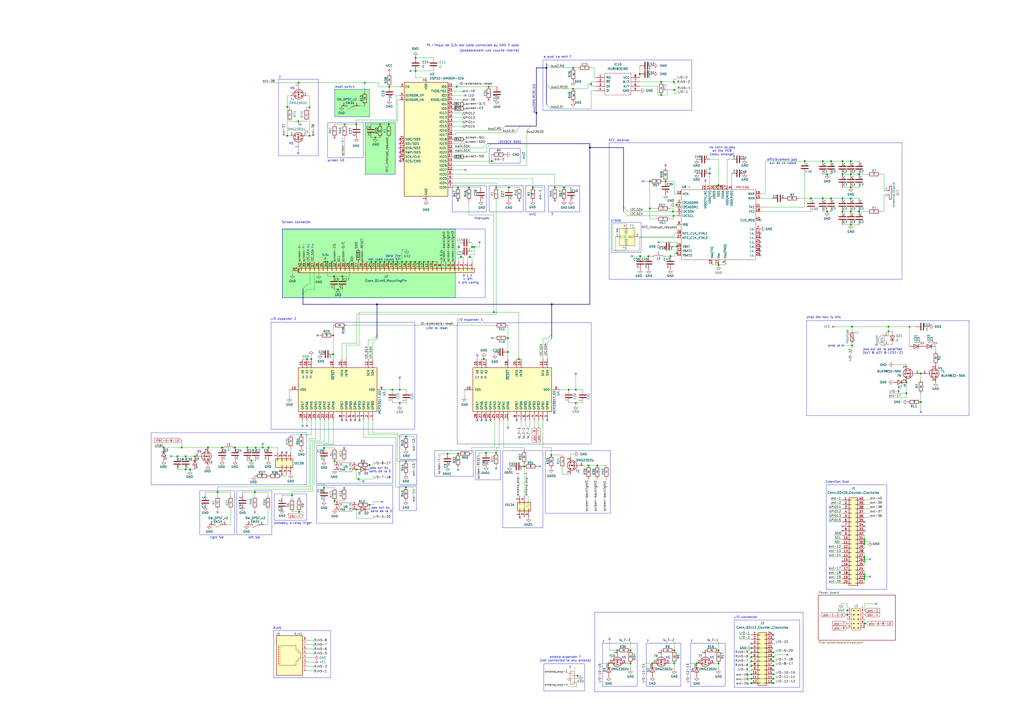
<source format=kicad_sch>
(kicad_sch (version 20250114) (generator "eeschema") (generator_version "9.0")
  (paper "A2")
  (title_block (title "Fabman bridge-v2") (date "2025-11-12") (rev "v0.1") (comment 1 "NS = Not sure of the component"))
  (rectangle (start 305.054 107.696) (end 315.976 122.936))
  (rectangle (start 479.298 281.178) (end 514.35 341.884))
  (rectangle (start 231.648 281.94) (end 241.554 296.164))
  (rectangle (start 183.642 281.432) (end 227.838 303.53))
  (rectangle (start 194.056 51.816) (end 214.376 67.818) (fill (type color) (color 150 255 150 0.8)))
  (rectangle (start 349.504 373.126) (end 369.57 398.018))
  (rectangle (start 315.468 385.064) (end 339.09 400.812))
  (rectangle (start 158.75 365.76) (end 191.77 393.192))
  (rectangle (start 275.844 261.366) (end 290.322 278.384))
  (rectangle (start 374.904 373.126) (end 394.97 398.018))
  (rectangle (start 87.63 250.952) (end 177.8 281.178))
  (rectangle (start 211.836 71.12) (end 229.362 101.092) (fill (type color) (color 150 255 150 0.8)))
  (rectangle (start 291.592 261.366) (end 314.96 306.07))
  (rectangle (start 318.008 107.696) (end 336.296 122.936))
  (rectangle (start 425.958 359.664) (end 463.804 398.78))
  (rectangle (start 314.96 34.798) (end 401.32 64.008))
  (rectangle (start 316.23 261.366) (end 354.076 297.688))
  (rectangle (start 163.83 132.842) (end 281.432 172.72))
  (rectangle (start 400.558 373.126) (end 420.624 398.018))
  (rectangle (start 183.642 258.318) (end 227.838 280.416))
  (rectangle (start 157.226 186.944) (end 240.538 248.92))
  (rectangle (start 161.544 45.974) (end 184.658 90.424))
  (rectangle (start 353.314 82.804) (end 523.24 162.052))
  (rectangle (start 344.932 355.092) (end 465.836 401.32))
  (rectangle (start 262.382 107.696) (end 282.194 122.936))
  (rectangle (start 159.004 286.512) (end 177.8 301.752))
  (rectangle (start 115.824 284.734) (end 136.144 310.134))
  (rectangle (start 265.176 187.198) (end 342.9 257.556))
  (rectangle (start 354.584 129.032) (end 371.856 146.304))
  (rectangle (start 283.718 107.696) (end 303.53 122.936))
  (rectangle (start 189.992 71.12) (end 210.82 91.44))
  (rectangle (start 252.222 261.366) (end 274.574 276.352))
  (rectangle (start 283.718 86.106) (end 301.752 94.742))
  (rectangle (start 163.83 132.842) (end 264.16 172.72) (fill (type color) (color 150 255 150 0.8)))
  (rectangle (start 231.902 252.222) (end 241.808 266.446))
  (rectangle (start 137.414 284.734) (end 157.734 310.134))
  (rectangle (start 467.868 185.928) (end 562.102 241.046))
  (rectangle (start 231.902 266.954) (end 241.808 281.178))
  (text "interupts" (at 279.4 126.746 0) (effects (font (size 1.27 1.27))))
  (text "officiellement pas \nsur de ce cable" (at 454.152 93.726 0) (effects (font (size 1.27 1.27))))
  (text "data line" (at 228.092 148.59 0) (effects (font (size 1.27 1.27))))
  (text "prob pt" (at 483.87 200.66 0) (effects (font (size 1.27 1.27))))
  (text "Pk l'imput de 3.3v est juste connectee au GND ? :sob:" (at 274.32 26.416 0) (effects (font (size 1.27 1.27))))
  (text "0 0 0" (at 178.054 218.948 0) (effects (font (size 1.27 1.27))))
  (text "0 1 1 \n= SPI \n4 pin config\n" (at 271.78 162.052 0) (effects (font (size 1.27 1.27))))
  (text "NS\n" (at 115.57 262.128 0) (effects (font (size 1.27 1.27))))
  (text "1? 0 0" (at 278.892 219.202 0) (effects (font (size 1.27 1.27))))
  (text "LOW to reset" (at 253.492 190.5 0) (effects (font (size 1.27 1.27))))
  (text "NS" (at 168.91 83.312 0) (effects (font (size 1.27 1.27))))
  (text "cristal\n" (at 357.378 128.016 0) (effects (font (size 1.27 1.27))))
  (text "right SW\n" (at 125.73 311.912 0) (effects (font (size 1.27 1.27))))
  (text "(probablement une couche interne)" (at 283.972 29.464 0) (effects (font (size 1.27 1.27))))
  (text "I/O expander 1" (at 272.542 185.674 0) (effects (font (size 1.27 1.27))))
  (text "probably a relay triger\n" (at 169.926 303.53 0) (effects (font (size 1.27 1.27))))
  (text "what the hell is this" (at 477.774 184.15 0) (effects (font (size 1.27 1.27))))
  (text "X+" (at 178.816 142.748 90) (effects (font (size 1.27 1.27))))
  (text "no conn to pos\non the PCB\n(realy strange)" (at 418.846 87.63 0) (effects (font (size 1.27 1.27))))
  (text "left SW\n" (at 147.32 311.912 0) (effects (font (size 1.27 1.27))))
  (text "?\n" (at 401.066 372.11 0) (effects (font (size 1.27 1.27))))
  (text "ext2" (at 303.784 90.424 90) (effects (font (size 1.27 1.27))))
  (text "not used cause SPI" (at 223.012 150.622 0) (effects (font (size 1.27 1.27))))
  (text "+" (at 514.096 109.474 0) (effects (font (size 1.27 1.27))))
  (text "NS\n" (at 413.004 381.508 0) (effects (font (size 1.27 1.27))))
  (text "NS\n" (at 361.95 381.508 0) (effects (font (size 1.27 1.27))))
  (text "RJ45\n" (at 160.782 364.49 0) (effects (font (size 1.27 1.27))))
  (text "?" (at 162.306 44.958 0) (effects (font (size 1.27 1.27))))
  (text "?\n" (at 350.012 372.364 0) (effects (font (size 1.27 1.27))))
  (text "NS\n" (at 358.14 133.858 90) (effects (font (size 1.27 1.27))))
  (text "pas sur du \nsens de la D\n" (at 220.472 272.542 0) (effects (font (size 1.27 1.27))))
  (text "Extention Slot" (at 485.648 279.654 0) (effects (font (size 1.27 1.27))))
  (text "NS\n" (at 545.338 213.868 0) (effects (font (size 1.27 1.27))))
  (text "pas sur du \nsens de la D\n" (at 221.234 295.656 0) (effects (font (size 1.27 1.27))))
  (text "NFC receiver\n" (at 359.156 81.534 0) (effects (font (size 1.27 1.27))))
  (text "?" (at 320.294 124.46 0) (effects (font (size 1.27 1.27))))
  (text "ext1" (at 309.118 124.46 0) (effects (font (size 1.27 1.27))))
  (text "entena expender ?\n(not connected to any entena)" (at 327.914 382.27 0) (effects (font (size 1.27 1.27))))
  (text "NS" (at 169.672 51.308 0) (effects (font (size 1.27 1.27))))
  (text "pas sur de la polaritee\n(bz1 & d21 & LED1-2)" (at 512.064 203.708 0) (effects (font (size 1.27 1.27))))
  (text "?\n" (at 375.666 372.071 0) (effects (font (size 1.27 1.27))))
  (text "a quoi ca sert ?\n" (at 323.342 33.02 0) (effects (font (size 1.27 1.27))))
  (text "LED" (at 273.304 55.626 0) (effects (font (size 1.27 1.27))))
  (text "I/O expander 2" (at 164.338 185.166 0) (effects (font (size 1.27 1.27))))
  (text "reset switch" (at 199.898 50.546 0) (effects (font (size 1.27 1.27))))
  (text "Y+" (at 181.356 142.748 90) (effects (font (size 1.27 1.27))))
  (text "screen 40\n" (at 194.818 93.218 0) (effects (font (size 1.27 1.27))))
  (text "I/O connector\n" (at 432.562 358.14 0) (effects (font (size 1.27 1.27))))
  (text "NS\n" (at 387.35 381.508 0) (effects (font (size 1.27 1.27))))
  (text "-" (at 514.096 114.046 0) (effects (font (size 1.27 1.27))))
  (text "Screen connector" (at 171.958 129.032 0) (effects (font (size 1.27 1.27))))
  (junction (at 498.348 122.682))
  (junction (at 525.78 221.742))
  (junction (at 148.336 259.588))
  (junction (at 267.462 149.098))
  (junction (at 280.67 208.28))
  (junction (at 228.092 151.892))
  (junction (at 230.632 151.892))
  (junction (at 527.558 189.484))
  (junction (at 193.802 160.274))
  (junction (at 107.696 264.668))
  (junction (at 220.472 72.136))
  (junction (at 225.552 151.892))
  (junction (at 390.906 47.498))
  (junction (at 416.814 377.19))
  (junction (at 392.684 146.812))
  (junction (at 491.49 354.076))
  (junction (at 534.162 216.662))
  (junction (at 479.806 101.092))
  (junction (at 477.266 115.062))
  (junction (at 365.76 377.19))
  (junction (at 152.4 259.588))
  (junction (at 386.08 105.156))
  (junction (at 493.522 108.712))
  (junction (at 391.16 52.07))
  (junction (at 273.812 143.256))
  (junction (at 435.864 378.46))
  (junction (at 173.228 48.006))
  (junction (at 376.174 148.59))
  (junction (at 248.412 151.892))
  (junction (at 435.864 383.54))
  (junction (at 206.756 295.402))
  (junction (at 110.236 272.288))
  (junction (at 416.814 153.67))
  (junction (at 358.14 377.19))
  (junction (at 365.76 384.81))
  (junction (at 120.65 259.588))
  (junction (at 179.578 62.23))
  (junction (at 206.756 72.136))
  (junction (at 214.376 269.748))
  (junction (at 376.936 120.904))
  (junction (at 435.864 391.16))
  (junction (at 416.814 107.442))
  (junction (at 294.64 204.216))
  (junction (at 266.192 143.256))
  (junction (at 166.624 78.74))
  (junction (at 391.16 377.19))
  (junction (at 126.238 285.496))
  (junction (at 390.398 122.682))
  (junction (at 189.992 151.892))
  (junction (at 136.398 259.588))
  (junction (at 470.408 115.062))
  (junction (at 404.114 384.81))
  (junction (at 488.696 101.092))
  (junction (at 265.684 108.712))
  (junction (at 241.046 41.148))
  (junction (at 217.678 79.756))
  (junction (at 435.864 396.24))
  (junction (at 272.034 108.712))
  (junction (at 275.082 143.256))
  (junction (at 194.056 290.576))
  (junction (at 371.348 148.59))
  (junction (at 240.792 151.892))
  (junction (at 107.696 272.288))
  (junction (at 220.472 151.892))
  (junction (at 283.464 50.292))
  (junction (at 193.294 205.486))
  (junction (at 488.696 93.472))
  (junction (at 448.564 396.24))
  (junction (at 227.584 226.06))
  (junction (at 319.786 263.906))
  (junction (at 113.03 264.668))
  (junction (at 383.54 47.498))
  (junction (at 223.012 151.892))
  (junction (at 217.932 151.892))
  (junction (at 215.392 151.892))
  (junction (at 494.284 189.484))
  (junction (at 392.684 143.002))
  (junction (at 208.026 277.876))
  (junction (at 233.172 151.892))
  (junction (at 334.01 233.68))
  (junction (at 241.046 33.528))
  (junction (at 342.9 48.768))
  (junction (at 501.396 323.088))
  (junction (at 448.564 383.54))
  (junction (at 466.852 93.472))
  (junction (at 143.51 259.588))
  (junction (at 515.366 189.484))
  (junction (at 435.864 393.7))
  (junction (at 392.684 118.872))
  (junction (at 493.522 115.062))
  (junction (at 243.332 151.892))
  (junction (at 235.712 151.892))
  (junction (at 329.946 226.06))
  (junction (at 231.902 226.06))
  (junction (at 214.376 292.862))
  (junction (at 295.148 108.712))
  (junction (at 196.088 167.894))
  (junction (at 235.458 282.702))
  (junction (at 482.092 115.062))
  (junction (at 211.582 48.006))
  (junction (at 281.94 262.636))
  (junction (at 320.04 176.53))
  (junction (at 272.542 149.098))
  (junction (at 206.756 272.288))
  (junction (at 342.138 85.598))
  (junction (at 332.486 39.37))
  (junction (at 448.564 378.46))
  (junction (at 178.054 208.28))
  (junction (at 311.15 65.532))
  (junction (at 172.974 70.358))
  (junction (at 501.396 335.788))
  (junction (at 166.624 61.976))
  (junction (at 179.578 78.74))
  (junction (at 102.87 264.668))
  (junction (at 494.284 200.406))
  (junction (at 501.396 333.248))
  (junction (at 259.588 263.144))
  (junction (at 493.522 101.092))
  (junction (at 491.49 356.616))
  (junction (at 448.564 393.7))
  (junction (at 479.806 122.682))
  (junction (at 435.864 375.92))
  (junction (at 371.094 42.926))
  (junction (at 341.376 270.002))
  (junction (at 332.486 51.562))
  (junction (at 174.752 252.222))
  (junction (at 265.684 263.144))
  (junction (at 218.694 176.53))
  (junction (at 194.056 267.462))
  (junction (at 501.396 312.928))
  (junction (at 105.41 259.588))
  (junction (at 199.898 72.136))
  (junction (at 534.162 233.172))
  (junction (at 147.828 285.496))
  (junction (at 169.418 287.274))
  (junction (at 501.396 315.468))
  (junction (at 187.96 259.842))
  (junction (at 231.902 233.68))
  (junction (at 235.458 253.238))
  (junction (at 435.864 386.08))
  (junction (at 294.64 196.088))
  (junction (at 187.96 282.956))
  (junction (at 304.038 270.51))
  (junction (at 477.266 93.472))
  (junction (at 188.722 151.892))
  (junction (at 334.01 226.06))
  (junction (at 493.522 93.472))
  (junction (at 173.482 296.926))
  (junction (at 264.922 50.292))
  (junction (at 435.864 381))
  (junction (at 498.348 101.092))
  (junction (at 180.594 208.28))
  (junction (at 198.628 160.274))
  (junction (at 493.522 122.682))
  (junction (at 448.564 386.08))
  (junction (at 335.026 391.922))
  (junction (at 388.874 148.59))
  (junction (at 378.46 384.81))
  (junction (at 515.366 192.278))
  (junction (at 327.152 108.712))
  (junction (at 501.396 324.358))
  (junction (at 300.99 208.28))
  (junction (at 245.872 151.892))
  (junction (at 488.696 115.062))
  (junction (at 391.16 384.81))
  (junction (at 501.396 325.628))
  (junction (at 145.796 267.208))
  (junction (at 225.552 72.136))
  (junction (at 287.782 108.712))
  (junction (at 525.78 228.092))
  (junction (at 376.936 105.156))
  (junction (at 238.252 151.892))
  (junction (at 346.456 270.002))
  (junction (at 488.696 122.682))
  (junction (at 383.54 55.118))
  (junction (at 501.396 334.518))
  (junction (at 416.814 384.81))
  (junction (at 448.564 391.16))
  (junction (at 390.652 125.222))
  (junction (at 155.702 259.588))
  (junction (at 309.118 108.712))
  (junction (at 128.778 259.588))
  (junction (at 411.734 100.584))
  (junction (at 94.996 259.588))
  (junction (at 482.092 93.472))
  (junction (at 287.782 262.636))
  (junction (at 501.396 314.198))
  (junction (at 321.818 108.712))
  (junction (at 250.952 151.892))
  (junction (at 448.564 381))
  (junction (at 235.458 267.716))
  (junction (at 353.06 384.81))
  (junction (at 501.65 361.696))
  (junction (at 286.512 181.102))
  (junction (at 285.242 93.472))
  (junction (at 316.992 39.37))
  (junction (at 193.294 194.564))
  (junction (at 493.522 130.302))
  (junction (at 225.806 50.292))
  (no_connect (at 199.644 282.956))
  (no_connect (at 231.902 218.948))
  (no_connect (at 313.182 270.51))
  (no_connect (at 175.514 247.142))
  (no_connect (at 299.72 243.84))
  (no_connect (at 440.944 145.542))
  (no_connect (at 501.396 302.768))
  (no_connect (at 276.86 205.994))
  (no_connect (at 99.06 264.668))
  (no_connect (at 221.742 291.084))
  (no_connect (at 409.194 104.648))
  (no_connect (at 237.998 41.148))
  (no_connect (at 448.564 370.84))
  (no_connect (at 210.82 279.146))
  (no_connect (at 205.994 243.84))
  (no_connect (at 488.696 307.848))
  (no_connect (at 172.974 88.9))
  (no_connect (at 276.86 243.84))
  (no_connect (at 174.244 72.136))
  (no_connect (at 200.914 243.84))
  (no_connect (at 488.696 200.406))
  (no_connect (at 231.902 83.312))
  (no_connect (at 152.4 257.556))
  (no_connect (at 231.902 90.932))
  (no_connect (at 488.696 305.308))
  (no_connect (at 199.644 259.842))
  (no_connect (at 294.64 248.158))
  (no_connect (at 231.902 80.772))
  (no_connect (at 440.944 135.382))
  (no_connect (at 198.374 243.84))
  (no_connect (at 382.016 140.462))
  (no_connect (at 284.48 243.84))
  (no_connect (at 279.4 243.84))
  (no_connect (at 163.576 275.082))
  (no_connect (at 456.692 379.73))
  (no_connect (at 194.056 79.756))
  (no_connect (at 448.564 388.62))
  (no_connect (at 178.054 247.142))
  (no_connect (at 192.532 151.892))
  (no_connect (at 534.162 239.014))
  (no_connect (at 301.244 116.332))
  (no_connect (at 265.684 116.332))
  (no_connect (at 440.944 137.922))
  (no_connect (at 163.576 262.382))
  (no_connect (at 231.902 88.392))
  (no_connect (at 173.482 289.306))
  (no_connect (at 501.396 305.308))
  (no_connect (at 208.534 243.84))
  (no_connect (at 126.238 297.18))
  (no_connect (at 166.116 262.382))
  (no_connect (at 285.496 196.088))
  (no_connect (at 321.818 116.332))
  (no_connect (at 317.5 243.84))
  (no_connect (at 278.13 140.462))
  (no_connect (at 440.944 127.762))
  (no_connect (at 334.01 216.662))
  (no_connect (at 440.944 140.462))
  (no_connect (at 504.698 324.358))
  (no_connect (at 270.002 55.372))
  (no_connect (at 184.15 194.564))
  (no_connect (at 265.684 272.542))
  (no_connect (at 372.872 105.156))
  (no_connect (at 386.08 95.758))
  (no_connect (at 440.944 148.082))
  (no_connect (at 504.698 334.518))
  (no_connect (at 411.734 97.79))
  (no_connect (at 501.396 307.848))
  (no_connect (at 147.828 297.18))
  (no_connect (at 440.944 143.002))
  (no_connect (at 301.498 300.228))
  (no_connect (at 353.568 370.586))
  (no_connect (at 270.002 98.552))
  (no_connect (at 231.902 85.852))
  (no_connect (at 508.254 350.266))
  (no_connect (at 366.522 148.59))
  (no_connect (at 281.94 243.84))
  (no_connect (at 203.454 243.84))
  (no_connect (at 448.564 368.3))
  (no_connect (at 287.782 271.78))
  (no_connect (at 488.696 328.168))
  (no_connect (at 488.696 325.628))
  (no_connect (at 231.902 93.472))
  (no_connect (at 435.864 373.38))
  (no_connect (at 283.464 57.912))
  (bus_entry (at 320.04 196.342) (size -2.54 2.54))
  (bus_entry (at 361.696 122.682) (size 2.54 2.54))
  (bus_entry (at 284.988 83.312) (size -2.54 2.54))
  (bus_entry (at 175.768 170.434) (size 2.54 -2.54))
  (bus_entry (at 320.04 194.056) (size -2.54 2.54))
  (bus_entry (at 293.116 73.152) (size -2.54 2.54))
  (bus_entry (at 316.992 60.452) (size 2.54 2.54))
  (bus_entry (at 361.696 120.142) (size 2.54 2.54))
  (bus_entry (at 218.694 194.564) (size -2.54 2.54))
  (bus_entry (at 308.102 73.152) (size -2.54 2.54))
  (bus_entry (at 282.702 83.312) (size -2.54 2.54))
  (bus_entry (at 316.992 36.83) (size 2.54 2.54))
  (bus_entry (at 316.992 49.022) (size 2.54 2.54))
  (bus_entry (at 302.006 73.152) (size -2.54 2.54))
  (bus_entry (at 175.768 167.386) (size 2.54 -2.54))
  (bus_entry (at 218.694 196.342) (size -2.54 2.54))
  (wire (pts (xy 314.96 243.84) (xy 314.96 259.588)))
  (wire (pts (xy 216.408 269.748) (xy 214.376 269.748)))
  (wire (pts (xy 272.034 124.714) (xy 286.512 124.714)))
  (wire (pts (xy 329.438 398.272) (xy 334.518 398.272)))
  (wire (pts (xy 187.96 259.842) (xy 194.056 259.842)))
  (wire (pts (xy 434.086 391.16) (xy 435.864 391.16)))
  (wire (pts (xy 501.396 324.358) (xy 501.396 325.628)))
  (wire (pts (xy 371.348 148.59) (xy 376.174 148.59)))
  (wire (pts (xy 262.382 93.472) (xy 285.242 93.472)))
  (wire (pts (xy 321.818 108.712) (xy 321.818 101.092)))
  (wire (pts (xy 179.578 62.23) (xy 179.578 78.74)))
  (wire (pts (xy 268.224 65.532) (xy 262.382 65.532)))
  (wire (pts (xy 276.86 205.994) (xy 276.86 208.28)))
  (wire (pts (xy 268.224 66.802) (xy 268.224 65.532)))
  (wire (pts (xy 527.558 189.484) (xy 527.558 200.914)))
  (wire (pts (xy 295.656 270.51) (xy 296.418 270.51)))
  (wire (pts (xy 271.272 149.098) (xy 271.272 151.892)))
  (wire (pts (xy 102.87 272.288) (xy 107.696 272.288)))
  (wire (pts (xy 177.8 70.358) (xy 172.974 70.358)))
  (wire (pts (xy 479.806 101.092) (xy 477.266 101.092)))
  (bus (pts (xy 316.992 39.37) (xy 316.992 49.022)))
  (wire (pts (xy 416.814 107.442) (xy 419.354 107.442)))
  (wire (pts (xy 351.79 278.638) (xy 351.79 277.622)))
  (wire (pts (xy 175.768 296.926) (xy 175.768 299.212)))
  (wire (pts (xy 470.408 115.062) (xy 477.266 115.062)))
  (wire (pts (xy 119.126 294.894) (xy 119.126 293.624)))
  (wire (pts (xy 179.578 55.626) (xy 179.578 62.23)))
  (wire (pts (xy 152.4 259.588) (xy 152.4 257.556)))
  (bus (pts (xy 218.694 176.53) (xy 218.694 194.564)))
  (wire (pts (xy 215.392 151.892) (xy 217.932 151.892)))
  (wire (pts (xy 265.684 108.712) (xy 272.034 108.712)))
  (wire (pts (xy 273.812 140.716) (xy 273.812 143.256)))
  (wire (pts (xy 275.082 143.256) (xy 275.082 147.828)))
  (wire (pts (xy 334.01 216.662) (xy 334.01 226.06)))
  (wire (pts (xy 510.794 101.092) (xy 512.826 101.092)))
  (wire (pts (xy 241.046 45.212) (xy 247.142 45.212)))
  (wire (pts (xy 189.992 160.274) (xy 193.802 160.274)))
  (wire (pts (xy 196.088 167.894) (xy 198.628 167.894)))
  (wire (pts (xy 434.086 397.51) (xy 434.086 396.24)))
  (wire (pts (xy 216.408 277.876) (xy 208.026 277.876)))
  (wire (pts (xy 179.324 254.508) (xy 183.134 254.508)))
  (wire (pts (xy 342.9 39.37) (xy 344.678 39.37)))
  (wire (pts (xy 329.438 393.446) (xy 329.438 394.462)))
  (wire (pts (xy 488.696 101.092) (xy 493.522 101.092)))
  (wire (pts (xy 181.864 384.048) (xy 178.054 384.048)))
  (wire (pts (xy 463.296 115.062) (xy 470.408 115.062)))
  (wire (pts (xy 272.034 108.712) (xy 278.892 108.712)))
  (wire (pts (xy 480.822 302.768) (xy 488.696 302.768)))
  (wire (pts (xy 503.174 122.682) (xy 498.348 122.682)))
  (wire (pts (xy 319.786 259.588) (xy 319.786 263.906)))
  (wire (pts (xy 364.236 125.222) (xy 390.652 125.222)))
  (wire (pts (xy 268.478 58.928) (xy 268.224 58.928)))
  (wire (pts (xy 105.41 259.588) (xy 120.65 259.588)))
  (wire (pts (xy 262.382 88.392) (xy 282.448 88.392)))
  (wire (pts (xy 335.026 393.446) (xy 335.026 391.922)))
  (wire (pts (xy 268.732 149.098) (xy 268.732 151.892)))
  (wire (pts (xy 155.448 295.402) (xy 155.448 304.292)))
  (wire (pts (xy 283.464 50.292) (xy 288.29 50.292)))
  (wire (pts (xy 167.894 78.74) (xy 166.624 78.74)))
  (wire (pts (xy 501.396 314.198) (xy 501.396 315.468)))
  (wire (pts (xy 268.224 69.342) (xy 268.224 68.072)))
  (wire (pts (xy 220.472 151.892) (xy 223.012 151.892)))
  (wire (pts (xy 287.782 270.256) (xy 287.782 271.78)))
  (wire (pts (xy 332.74 263.398) (xy 330.962 263.398)))
  (wire (pts (xy 420.624 153.162) (xy 420.624 153.67)))
  (wire (pts (xy 206.756 272.288) (xy 206.756 277.876)))
  (wire (pts (xy 480.822 300.228) (xy 488.696 300.228)))
  (wire (pts (xy 428.752 368.3) (xy 435.864 368.3)))
  (wire (pts (xy 300.99 208.28) (xy 302.26 208.28)))
  (wire (pts (xy 265.684 270.764) (xy 265.684 272.542)))
  (wire (pts (xy 126.238 285.496) (xy 126.238 287.782)))
  (wire (pts (xy 178.308 167.894) (xy 182.372 167.894)))
  (wire (pts (xy 215.138 72.136) (xy 220.472 72.136)))
  (wire (pts (xy 264.414 76.962) (xy 264.414 78.232)))
  (wire (pts (xy 240.03 268.986) (xy 241.046 268.986)))
  (wire (pts (xy 332.486 39.37) (xy 335.28 39.37)))
  (wire (pts (xy 329.946 233.68) (xy 334.01 233.68)))
  (wire (pts (xy 206.756 300.736) (xy 206.756 295.402)))
  (wire (pts (xy 223.012 151.892) (xy 225.552 151.892)))
  (wire (pts (xy 512.826 101.092) (xy 512.826 110.49)))
  (wire (pts (xy 501.65 359.156) (xy 501.65 361.696)))
  (wire (pts (xy 392.684 140.462) (xy 392.684 143.002)))
  (wire (pts (xy 254.508 264.414) (xy 254.508 263.144)))
  (wire (pts (xy 294.64 243.84) (xy 294.64 248.158)))
  (wire (pts (xy 145.796 267.208) (xy 148.336 267.208)))
  (wire (pts (xy 477.266 115.062) (xy 482.092 115.062)))
  (wire (pts (xy 371.094 50.038) (xy 381.508 50.038)))
  (wire (pts (xy 268.224 71.882) (xy 268.224 70.612)))
  (wire (pts (xy 376.174 148.59) (xy 378.206 148.59)))
  (bus (pts (xy 316.992 49.022) (xy 316.992 60.452)))
  (wire (pts (xy 449.834 396.24) (xy 448.564 396.24)))
  (wire (pts (xy 193.294 205.486) (xy 193.294 208.28)))
  (wire (pts (xy 140.716 285.496) (xy 147.828 285.496)))
  (wire (pts (xy 321.818 108.712) (xy 327.152 108.712)))
  (wire (pts (xy 268.224 70.612) (xy 262.382 70.612)))
  (wire (pts (xy 515.366 189.484) (xy 515.366 192.278)))
  (wire (pts (xy 229.616 253.746) (xy 229.616 282.702)))
  (wire (pts (xy 504.698 297.688) (xy 501.396 297.688)))
  (wire (pts (xy 198.374 199.136) (xy 198.374 208.28)))
  (wire (pts (xy 434.086 389.382) (xy 435.864 389.382)))
  (wire (pts (xy 466.852 93.472) (xy 466.852 93.218)))
  (wire (pts (xy 391.16 135.382) (xy 392.684 135.382)))
  (wire (pts (xy 262.382 103.632) (xy 309.118 103.632)))
  (bus (pts (xy 342.138 85.598) (xy 361.696 85.598)))
  (wire (pts (xy 515.366 192.278) (xy 517.652 192.278)))
  (wire (pts (xy 228.092 151.892) (xy 230.632 151.892)))
  (wire (pts (xy 413.004 153.162) (xy 413.004 153.67)))
  (wire (pts (xy 294.64 188.722) (xy 294.64 196.088)))
  (wire (pts (xy 216.662 292.862) (xy 214.376 292.862)))
  (wire (pts (xy 525.78 228.092) (xy 525.78 230.632)))
  (wire (pts (xy 376.936 120.904) (xy 380.746 120.904)))
  (wire (pts (xy 272.542 147.828) (xy 272.542 149.098)))
  (wire (pts (xy 99.06 264.668) (xy 102.87 264.668)))
  (wire (pts (xy 268.224 57.912) (xy 262.382 57.912)))
  (wire (pts (xy 342.9 50.038) (xy 345.694 50.038)))
  (wire (pts (xy 163.576 296.672) (xy 163.576 295.402)))
  (wire (pts (xy 262.382 108.712) (xy 265.684 108.712)))
  (wire (pts (xy 501.65 361.696) (xy 501.65 364.236)))
  (wire (pts (xy 178.308 164.846) (xy 179.832 164.846)))
  (wire (pts (xy 180.594 252.222) (xy 174.752 252.222)))
  (wire (pts (xy 440.944 115.062) (xy 448.056 115.062)))
  (wire (pts (xy 326.136 275.082) (xy 330.962 275.082)))
  (wire (pts (xy 187.452 151.892) (xy 188.722 151.892)))
  (wire (pts (xy 449.834 393.7) (xy 448.564 393.7)))
  (wire (pts (xy 346.456 270.002) (xy 351.79 270.002)))
  (wire (pts (xy 421.894 107.442) (xy 421.894 92.456)))
  (wire (pts (xy 208.026 277.876) (xy 208.026 279.146)))
  (wire (pts (xy 184.15 194.564) (xy 185.674 194.564)))
  (wire (pts (xy 420.624 153.67) (xy 416.814 153.67)))
  (wire (pts (xy 304.038 293.624) (xy 306.324 293.624)))
  (wire (pts (xy 435.864 379.222) (xy 435.864 378.46)))
  (wire (pts (xy 416.814 388.366) (xy 416.814 384.81)))
  (wire (pts (xy 440.944 120.142) (xy 466.852 120.142)))
  (wire (pts (xy 240.03 267.716) (xy 235.458 267.716)))
  (wire (pts (xy 107.696 272.288) (xy 110.236 272.288)))
  (wire (pts (xy 376.936 105.156) (xy 376.936 120.904)))
  (wire (pts (xy 268.224 73.152) (xy 262.382 73.152)))
  (wire (pts (xy 217.678 79.756) (xy 220.472 79.756)))
  (wire (pts (xy 269.24 230.378) (xy 269.24 226.06)))
  (wire (pts (xy 493.522 130.302) (xy 498.348 130.302)))
  (wire (pts (xy 304.038 270.51) (xy 304.038 287.528)))
  (wire (pts (xy 152.4 259.588) (xy 155.702 259.588)))
  (wire (pts (xy 371.094 47.498) (xy 383.54 47.498)))
  (wire (pts (xy 309.88 243.84) (xy 309.88 247.904)))
  (wire (pts (xy 386.08 95.758) (xy 386.08 97.536)))
  (wire (pts (xy 390.906 48.514) (xy 392.684 48.514)))
  (wire (pts (xy 304.8 247.904) (xy 304.8 243.84)))
  (wire (pts (xy 180.594 208.28) (xy 178.054 208.28)))
  (wire (pts (xy 501.65 350.266) (xy 508.254 350.266)))
  (wire (pts (xy 366.522 148.59) (xy 371.348 148.59)))
  (wire (pts (xy 270.002 61.214) (xy 270.002 60.452)))
  (wire (pts (xy 319.786 263.906) (xy 326.136 263.906)))
  (wire (pts (xy 466.852 93.472) (xy 477.266 93.472)))
  (wire (pts (xy 287.02 196.088) (xy 285.496 196.088)))
  (wire (pts (xy 262.382 55.372) (xy 270.002 55.372)))
  (wire (pts (xy 266.446 49.53) (xy 264.922 49.53)))
  (wire (pts (xy 235.712 226.06) (xy 231.902 226.06)))
  (wire (pts (xy 190.754 257.048) (xy 190.754 243.84)))
  (wire (pts (xy 501.396 312.928) (xy 501.396 314.198)))
  (wire (pts (xy 185.674 255.524) (xy 185.674 243.84)))
  (wire (pts (xy 241.046 32.766) (xy 241.046 33.528)))
  (wire (pts (xy 391.16 137.414) (xy 391.16 135.382)))
  (wire (pts (xy 307.34 243.84) (xy 307.34 247.904)))
  (wire (pts (xy 388.366 127) (xy 390.652 127)))
  (bus (pts (xy 310.896 65.532) (xy 311.15 65.532)))
  (wire (pts (xy 314.96 259.588) (xy 319.786 259.588)))
  (wire (pts (xy 163.576 287.274) (xy 169.418 287.274)))
  (wire (pts (xy 391.16 52.07) (xy 392.938 52.07)))
  (wire (pts (xy 182.372 280.924) (xy 187.96 280.924)))
  (wire (pts (xy 94.996 259.588) (xy 105.41 259.588)))
  (wire (pts (xy 221.742 291.084) (xy 216.662 291.084)))
  (wire (pts (xy 267.462 147.828) (xy 267.462 149.098)))
  (wire (pts (xy 344.678 39.37) (xy 344.678 44.958)))
  (wire (pts (xy 391.16 372.364) (xy 391.16 377.19)))
  (wire (pts (xy 182.118 377.444) (xy 181.864 377.444)))
  (wire (pts (xy 480.822 330.708) (xy 488.696 330.708)))
  (wire (pts (xy 230.378 252.222) (xy 213.614 252.222)))
  (wire (pts (xy 229.87 55.372) (xy 231.902 55.372)))
  (wire (pts (xy 262.382 96.012) (xy 305.562 96.012)))
  (wire (pts (xy 182.118 379.984) (xy 181.864 379.984)))
  (wire (pts (xy 147.828 285.496) (xy 155.448 285.496)))
  (wire (pts (xy 181.356 284.988) (xy 169.418 284.988)))
  (wire (pts (xy 102.87 264.668) (xy 107.696 264.668)))
  (wire (pts (xy 391.16 112.522) (xy 392.684 112.522)))
  (wire (pts (xy 504.698 300.228) (xy 501.396 300.228)))
  (wire (pts (xy 304.038 300.228) (xy 304.038 293.624)))
  (wire (pts (xy 287.782 181.61) (xy 287.782 116.332)))
  (wire (pts (xy 518.414 211.582) (xy 525.78 211.582)))
  (wire (pts (xy 248.412 151.892) (xy 250.952 151.892)))
  (wire (pts (xy 207.01 182.372) (xy 288.036 182.372)))
  (wire (pts (xy 268.224 52.832) (xy 262.382 52.832)))
  (wire (pts (xy 231.14 251.206) (xy 216.154 251.206)))
  (wire (pts (xy 167.894 230.632) (xy 167.894 226.06)))
  (wire (pts (xy 479.806 122.682) (xy 482.092 122.682)))
  (wire (pts (xy 435.864 375.92) (xy 448.564 375.92)))
  (wire (pts (xy 211.582 48.006) (xy 219.456 48.006)))
  (wire (pts (xy 206.756 69.596) (xy 206.756 72.136)))
  (wire (pts (xy 245.872 151.892) (xy 248.412 151.892)))
  (wire (pts (xy 152.4 48.006) (xy 173.228 48.006)))
  (wire (pts (xy 294.64 204.216) (xy 294.64 208.28)))
  (wire (pts (xy 428.752 370.84) (xy 435.864 370.84)))
  (wire (pts (xy 193.294 188.722) (xy 193.294 194.564)))
  (wire (pts (xy 182.118 387.604) (xy 181.864 387.604)))
  (wire (pts (xy 126.238 295.402) (xy 126.238 297.18)))
  (wire (pts (xy 449.834 373.38) (xy 448.564 373.38)))
  (wire (pts (xy 289.56 243.84) (xy 289.56 259.588)))
  (wire (pts (xy 356.87 137.414) (xy 356.87 145.542)))
  (wire (pts (xy 289.56 259.588) (xy 287.782 259.588)))
  (wire (pts (xy 353.568 370.586) (xy 353.568 377.19)))
  (wire (pts (xy 235.966 144.78) (xy 233.172 144.78)))
  (wire (pts (xy 501.396 333.248) (xy 501.396 334.518)))
  (wire (pts (xy 501.396 290.068) (xy 504.698 290.068)))
  (wire (pts (xy 172.974 72.136) (xy 174.244 72.136)))
  (wire (pts (xy 491.49 359.156) (xy 491.49 356.616)))
  (wire (pts (xy 371.094 38.1) (xy 371.094 42.926)))
  (wire (pts (xy 194.056 72.136) (xy 199.898 72.136)))
  (wire (pts (xy 270.002 98.552) (xy 262.382 98.552)))
  (wire (pts (xy 266.192 149.098) (xy 266.192 151.892)))
  (wire (pts (xy 480.822 318.008) (xy 488.696 318.008)))
  (wire (pts (xy 485.14 189.484) (xy 494.284 189.484)))
  (wire (pts (xy 501.396 320.548) (xy 501.396 323.088)))
  (wire (pts (xy 213.614 197.104) (xy 216.154 197.104)))
  (wire (pts (xy 372.872 105.156) (xy 376.936 105.156)))
  (wire (pts (xy 435.864 378.46) (xy 448.564 378.46)))
  (wire (pts (xy 515.366 189.484) (xy 527.558 189.484)))
  (wire (pts (xy 488.696 93.472) (xy 493.522 93.472)))
  (wire (pts (xy 336.804 391.922) (xy 335.026 391.922)))
  (wire (pts (xy 173.482 296.926) (xy 169.418 296.926)))
  (wire (pts (xy 299.466 75.692) (xy 299.466 76.962)))
  (wire (pts (xy 184.912 159.258) (xy 184.912 151.892)))
  (wire (pts (xy 515.62 228.092) (xy 525.78 228.092)))
  (wire (pts (xy 268.478 69.342) (xy 268.224 69.342)))
  (wire (pts (xy 414.274 107.442) (xy 416.814 107.442)))
  (wire (pts (xy 391.922 118.872) (xy 392.684 118.872)))
  (wire (pts (xy 180.594 206.248) (xy 180.594 208.28)))
  (wire (pts (xy 178.054 247.142) (xy 178.054 243.84)))
  (wire (pts (xy 264.922 147.828) (xy 267.462 147.828)))
  (wire (pts (xy 200.914 188.722) (xy 287.02 188.722)))
  (wire (pts (xy 182.118 372.364) (xy 181.864 372.364)))
  (wire (pts (xy 285.242 93.472) (xy 285.242 89.662)))
  (wire (pts (xy 194.056 267.462) (xy 194.056 269.748)))
  (wire (pts (xy 179.578 78.74) (xy 178.054 78.74)))
  (wire (pts (xy 334.518 398.272) (xy 334.518 395.732)))
  (wire (pts (xy 434.086 392.43) (xy 434.086 391.16)))
  (wire (pts (xy 126.238 285.496) (xy 133.858 285.496)))
  (wire (pts (xy 211.074 253.746) (xy 211.074 243.84)))
  (wire (pts (xy 380.746 127) (xy 376.936 127)))
  (wire (pts (xy 390.398 120.904) (xy 388.366 120.904)))
  (wire (pts (xy 435.864 384.302) (xy 435.864 383.54)))
  (wire (pts (xy 202.692 151.892) (xy 202.692 160.274)))
  (wire (pts (xy 542.798 203.962) (xy 542.798 200.914)))
  (wire (pts (xy 493.522 108.712) (xy 498.348 108.712)))
  (wire (pts (xy 225.806 50.292) (xy 231.902 50.292)))
  (wire (pts (xy 338.582 270.002) (xy 341.376 270.002)))
  (wire (pts (xy 300.99 181.102) (xy 286.512 181.102)))
  (wire (pts (xy 208.28 181.102) (xy 286.512 181.102)))
  (wire (pts (xy 435.864 391.16) (xy 448.564 391.16)))
  (bus (pts (xy 311.15 73.152) (xy 308.102 73.152)))
  (wire (pts (xy 182.118 374.904) (xy 181.864 374.904)))
  (wire (pts (xy 217.932 151.892) (xy 220.472 151.892)))
  (wire (pts (xy 187.96 280.924) (xy 187.96 282.956)))
  (wire (pts (xy 183.134 254.508) (xy 183.134 243.84)))
  (wire (pts (xy 479.806 101.092) (xy 482.092 101.092)))
  (wire (pts (xy 501.396 323.088) (xy 501.396 324.358)))
  (wire (pts (xy 194.056 290.576) (xy 194.056 292.862)))
  (wire (pts (xy 268.224 74.422) (xy 268.224 73.152)))
  (wire (pts (xy 387.096 52.07) (xy 391.16 52.07)))
  (wire (pts (xy 371.094 42.926) (xy 371.094 44.958)))
  (wire (pts (xy 181.864 372.364) (xy 181.864 371.348)))
  (wire (pts (xy 213.614 252.222) (xy 213.614 243.84)))
  (wire (pts (xy 299.72 208.28) (xy 300.99 208.28)))
  (wire (pts (xy 355.346 129.794) (xy 363.22 129.794)))
  (wire (pts (xy 480.822 338.328) (xy 488.696 338.328)))
  (wire (pts (xy 534.162 216.662) (xy 535.178 216.662)))
  (wire (pts (xy 334.01 233.68) (xy 338.074 233.68)))
  (wire (pts (xy 494.284 189.484) (xy 515.366 189.484)))
  (wire (pts (xy 435.864 396.24) (xy 448.564 396.24)))
  (wire (pts (xy 233.172 151.892) (xy 235.712 151.892)))
  (wire (pts (xy 502.412 361.696) (xy 501.65 361.696)))
  (wire (pts (xy 166.116 276.098) (xy 163.322 276.098)))
  (wire (pts (xy 390.906 48.514) (xy 390.906 47.498)))
  (wire (pts (xy 435.864 393.7) (xy 448.564 393.7)))
  (wire (pts (xy 193.294 194.564) (xy 193.294 205.486)))
  (wire (pts (xy 189.992 151.892) (xy 189.992 160.274)))
  (wire (pts (xy 140.716 294.894) (xy 140.716 293.624)))
  (wire (pts (xy 177.8 62.23) (xy 179.578 62.23)))
  (wire (pts (xy 181.864 373.888) (xy 178.054 373.888)))
  (wire (pts (xy 287.02 259.588) (xy 273.558 259.588)))
  (wire (pts (xy 229.87 69.596) (xy 206.756 69.596)))
  (wire (pts (xy 133.858 285.496) (xy 133.858 287.782)))
  (wire (pts (xy 272.542 149.098) (xy 273.812 149.098)))
  (wire (pts (xy 182.118 390.398) (xy 181.864 390.398)))
  (bus (pts (xy 302.006 73.152) (xy 308.102 73.152)))
  (wire (pts (xy 534.162 220.472) (xy 534.162 216.662)))
  (wire (pts (xy 233.172 144.78) (xy 233.172 151.892)))
  (bus (pts (xy 218.694 176.53) (xy 175.768 176.53)))
  (wire (pts (xy 435.864 383.54) (xy 448.564 383.54)))
  (wire (pts (xy 216.408 300.736) (xy 206.756 300.736)))
  (wire (pts (xy 488.696 108.712) (xy 493.522 108.712)))
  (wire (pts (xy 355.346 145.034) (xy 355.346 129.794)))
  (wire (pts (xy 286.512 124.714) (xy 286.512 181.102)))
  (wire (pts (xy 391.16 384.81) (xy 388.62 384.81)))
  (wire (pts (xy 169.418 287.274) (xy 169.418 289.306)))
  (wire (pts (xy 155.448 304.292) (xy 153.162 304.292)))
  (wire (pts (xy 287.782 259.588) (xy 287.782 262.636)))
  (wire (pts (xy 148.336 259.588) (xy 152.4 259.588)))
  (wire (pts (xy 480.822 295.148) (xy 488.696 295.148)))
  (wire (pts (xy 220.726 72.39) (xy 220.472 72.39)))
  (wire (pts (xy 335.026 391.922) (xy 334.518 391.922)))
  (wire (pts (xy 435.864 389.382) (xy 435.864 388.62)))
  (wire (pts (xy 241.046 41.148) (xy 241.046 45.212)))
  (wire (pts (xy 229.87 69.596) (xy 229.87 55.372)))
  (bus (pts (xy 311.15 65.532) (xy 311.15 73.152)))
  (wire (pts (xy 269.748 83.312) (xy 262.382 83.312)))
  (wire (pts (xy 440.944 112.522) (xy 443.992 112.522)))
  (wire (pts (xy 173.228 48.006) (xy 211.582 48.006)))
  (wire (pts (xy 273.812 143.256) (xy 273.812 145.796)))
  (wire (pts (xy 182.372 167.894) (xy 182.372 151.892)))
  (wire (pts (xy 392.684 132.842) (xy 392.43 132.842)))
  (wire (pts (xy 230.378 267.716) (xy 235.458 267.716)))
  (wire (pts (xy 240.03 254.508) (xy 240.03 253.238)))
  (wire (pts (xy 358.14 377.19) (xy 353.568 377.19)))
  (wire (pts (xy 488.696 290.068) (xy 482.092 290.068)))
  (wire (pts (xy 179.832 164.846) (xy 179.832 151.892)))
  (wire (pts (xy 89.662 259.588) (xy 94.996 259.588)))
  (wire (pts (xy 449.58 379.73) (xy 449.58 381)))
  (wire (pts (xy 501.396 334.518) (xy 504.698 334.518)))
  (bus (pts (xy 293.116 73.152) (xy 302.006 73.152)))
  (wire (pts (xy 416.814 372.364) (xy 416.814 377.19)))
  (wire (pts (xy 267.462 149.098) (xy 268.732 149.098)))
  (wire (pts (xy 198.628 160.274) (xy 202.692 160.274)))
  (wire (pts (xy 169.672 159.004) (xy 169.672 156.972)))
  (wire (pts (xy 434.086 386.842) (xy 435.864 386.842)))
  (wire (pts (xy 515.366 199.898) (xy 517.652 199.898)))
  (wire (pts (xy 383.54 47.498) (xy 390.906 47.498)))
  (wire (pts (xy 501.396 335.788) (xy 501.396 338.328)))
  (wire (pts (xy 482.092 292.608) (xy 488.696 292.608)))
  (wire (pts (xy 392.938 54.356) (xy 391.16 54.356)))
  (wire (pts (xy 214.376 269.748) (xy 214.376 272.288)))
  (wire (pts (xy 240.03 253.238) (xy 235.458 253.238)))
  (wire (pts (xy 285.242 93.472) (xy 286.766 93.472)))
  (wire (pts (xy 175.514 243.84) (xy 175.514 247.142)))
  (bus (pts (xy 320.04 194.056) (xy 320.04 196.342)))
  (wire (pts (xy 434.086 394.97) (xy 434.086 393.7)))
  (wire (pts (xy 488.696 130.302) (xy 493.522 130.302)))
  (wire (pts (xy 287.782 108.712) (xy 295.148 108.712)))
  (wire (pts (xy 208.28 61.468) (xy 211.582 61.468)))
  (wire (pts (xy 172.974 70.358) (xy 168.148 70.358)))
  (wire (pts (xy 300.99 181.102) (xy 300.99 208.28)))
  (wire (pts (xy 413.004 153.67) (xy 416.814 153.67)))
  (wire (pts (xy 254.508 263.144) (xy 259.588 263.144)))
  (wire (pts (xy 477.266 93.472) (xy 482.092 93.472)))
  (wire (pts (xy 231.902 218.948) (xy 231.902 226.06)))
  (wire (pts (xy 494.284 189.484) (xy 494.284 191.77)))
  (wire (pts (xy 295.148 108.712) (xy 301.244 108.712)))
  (wire (pts (xy 264.922 49.53) (xy 264.922 50.292)))
  (wire (pts (xy 449.58 381) (xy 448.564 381)))
  (wire (pts (xy 443.992 93.472) (xy 466.852 93.472)))
  (bus (pts (xy 320.04 176.53) (xy 342.138 176.53)))
  (wire (pts (xy 512.826 113.03) (xy 512.826 122.682)))
  (wire (pts (xy 200.914 200.152) (xy 200.914 208.28)))
  (wire (pts (xy 136.398 259.588) (xy 143.51 259.588)))
  (wire (pts (xy 207.01 199.136) (xy 207.01 182.372)))
  (wire (pts (xy 188.722 151.892) (xy 189.992 151.892)))
  (wire (pts (xy 238.252 151.892) (xy 240.792 151.892)))
  (wire (pts (xy 216.662 291.084) (xy 216.662 292.862)))
  (wire (pts (xy 270.002 63.754) (xy 270.002 62.992)))
  (wire (pts (xy 181.864 371.348) (xy 178.054 371.348)))
  (wire (pts (xy 168.148 61.976) (xy 168.148 62.738)))
  (wire (pts (xy 166.116 275.082) (xy 166.116 276.098)))
  (wire (pts (xy 480.822 335.788) (xy 488.696 335.788)))
  (wire (pts (xy 288.036 181.61) (xy 287.782 181.61)))
  (wire (pts (xy 385.826 148.59) (xy 388.874 148.59)))
  (wire (pts (xy 241.046 33.528) (xy 251.46 33.528)))
  (wire (pts (xy 182.626 78.74) (xy 179.578 78.74)))
  (wire (pts (xy 181.864 390.398) (xy 181.864 389.128)))
  (wire (pts (xy 332.486 51.562) (xy 340.868 51.562)))
  (wire (pts (xy 342.9 48.768) (xy 342.9 50.038)))
  (wire (pts (xy 388.874 148.59) (xy 391.414 148.59)))
  (wire (pts (xy 392.684 145.542) (xy 392.684 146.812)))
  (wire (pts (xy 501.396 324.358) (xy 504.698 324.358)))
  (wire (pts (xy 275.082 143.256) (xy 278.13 143.256)))
  (wire (pts (xy 198.374 199.136) (xy 207.01 199.136)))
  (wire (pts (xy 434.086 393.7) (xy 435.864 393.7)))
  (wire (pts (xy 391.16 54.356) (xy 391.16 52.07)))
  (wire (pts (xy 424.434 107.442) (xy 424.434 100.584)))
  (wire (pts (xy 329.946 226.06) (xy 325.12 226.06)))
  (wire (pts (xy 435.864 381.762) (xy 435.864 381)))
  (wire (pts (xy 370.84 137.922) (xy 392.684 137.922)))
  (wire (pts (xy 187.96 282.956) (xy 194.056 282.956)))
  (wire (pts (xy 374.396 384.81) (xy 378.46 384.81)))
  (wire (pts (xy 484.124 312.928) (xy 488.696 312.928)))
  (wire (pts (xy 182.372 257.048) (xy 190.754 257.048)))
  (wire (pts (xy 235.712 151.892) (xy 238.252 151.892)))
  (wire (pts (xy 231.902 226.06) (xy 227.584 226.06)))
  (wire (pts (xy 227.584 226.06) (xy 223.774 226.06)))
  (wire (pts (xy 490.728 356.616) (xy 491.49 356.616)))
  (wire (pts (xy 384.556 105.156) (xy 386.08 105.156)))
  (wire (pts (xy 466.852 100.838) (xy 466.852 120.142)))
  (wire (pts (xy 501.396 315.468) (xy 501.396 318.008)))
  (wire (pts (xy 241.046 41.148) (xy 251.46 41.148)))
  (wire (pts (xy 488.696 200.406) (xy 494.284 200.406)))
  (wire (pts (xy 181.864 376.428) (xy 178.054 376.428)))
  (wire (pts (xy 264.922 50.292) (xy 283.464 50.292)))
  (wire (pts (xy 329.438 393.446) (xy 335.026 393.446)))
  (bus (pts (xy 175.768 176.53) (xy 175.768 170.434)))
  (wire (pts (xy 208.28 200.152) (xy 208.28 181.102)))
  (wire (pts (xy 179.324 282.448) (xy 126.238 282.448)))
  (wire (pts (xy 181.864 377.444) (xy 181.864 376.428)))
  (wire (pts (xy 493.522 101.092) (xy 498.348 101.092)))
  (wire (pts (xy 133.858 304.292) (xy 131.572 304.292)))
  (wire (pts (xy 364.236 122.682) (xy 390.398 122.682)))
  (wire (pts (xy 491.49 356.616) (xy 491.49 354.076)))
  (wire (pts (xy 387.096 55.118) (xy 387.096 52.07)))
  (bus (pts (xy 361.696 120.142) (xy 361.696 122.682)))
  (wire (pts (xy 147.828 295.402) (xy 147.828 297.18)))
  (wire (pts (xy 392.684 118.872) (xy 392.684 120.142)))
  (wire (pts (xy 268.224 66.802) (xy 268.478 66.802)))
  (wire (pts (xy 213.614 208.28) (xy 213.614 197.104)))
  (wire (pts (xy 172.974 70.358) (xy 172.974 72.136)))
  (wire (pts (xy 181.864 386.588) (xy 178.054 386.588)))
  (bus (pts (xy 316.992 36.83) (xy 316.992 39.37)))
  (wire (pts (xy 392.684 146.812) (xy 392.684 148.082)))
  (wire (pts (xy 212.852 151.892) (xy 215.392 151.892)))
  (wire (pts (xy 482.092 115.062) (xy 488.696 115.062)))
  (wire (pts (xy 381.508 55.118) (xy 381.508 50.038)))
  (wire (pts (xy 168.656 252.222) (xy 174.752 252.222)))
  (wire (pts (xy 321.818 101.092) (xy 262.382 101.092)))
  (wire (pts (xy 155.448 285.496) (xy 155.448 287.782)))
  (wire (pts (xy 304.038 268.986) (xy 304.038 270.51)))
  (wire (pts (xy 448.564 386.08) (xy 449.834 386.08)))
  (wire (pts (xy 370.84 137.414) (xy 391.16 137.414)))
  (wire (pts (xy 383.54 55.118) (xy 387.096 55.118)))
  (wire (pts (xy 480.822 333.248) (xy 488.696 333.248)))
  (wire (pts (xy 166.624 55.626) (xy 168.148 55.626)))
  (wire (pts (xy 166.624 61.976) (xy 166.624 78.74)))
  (wire (pts (xy 240.03 282.702) (xy 235.458 282.702)))
  (wire (pts (xy 280.67 207.518) (xy 280.67 208.28)))
  (wire (pts (xy 220.472 72.39) (xy 220.472 72.136)))
  (wire (pts (xy 340.868 51.562) (xy 340.868 48.768)))
  (wire (pts (xy 391.16 105.156) (xy 391.16 112.522)))
  (wire (pts (xy 527.558 189.484) (xy 531.114 189.484)))
  (wire (pts (xy 180.34 283.718) (xy 147.828 283.718)))
  (wire (pts (xy 440.944 122.682) (xy 470.408 122.682)))
  (wire (pts (xy 147.828 285.496) (xy 147.828 287.782)))
  (wire (pts (xy 356.87 145.542) (xy 370.84 145.542)))
  (wire (pts (xy 264.922 143.256) (xy 264.922 147.828)))
  (wire (pts (xy 363.22 145.034) (xy 355.346 145.034)))
  (wire (pts (xy 515.366 192.278) (xy 515.366 194.818)))
  (wire (pts (xy 143.51 267.208) (xy 145.796 267.208)))
  (wire (pts (xy 312.42 247.904) (xy 312.42 243.84)))
  (wire (pts (xy 319.532 39.37) (xy 332.486 39.37)))
  (wire (pts (xy 277.622 264.16) (xy 277.622 262.636)))
  (wire (pts (xy 179.324 254.508) (xy 179.324 282.448)))
  (wire (pts (xy 334.01 226.06) (xy 329.946 226.06)))
  (wire (pts (xy 365.76 384.81) (xy 363.22 384.81)))
  (wire (pts (xy 390.652 125.222) (xy 392.684 125.222)))
  (wire (pts (xy 515.62 230.632) (xy 525.78 230.632)))
  (wire (pts (xy 281.94 208.28) (xy 280.67 208.28)))
  (wire (pts (xy 182.372 257.048) (xy 182.372 280.924)))
  (wire (pts (xy 434.086 381.762) (xy 435.864 381.762)))
  (wire (pts (xy 391.16 105.156) (xy 386.08 105.156)))
  (wire (pts (xy 501.396 310.388) (xy 501.396 312.928)))
  (wire (pts (xy 480.822 320.548) (xy 488.696 320.548)))
  (wire (pts (xy 181.864 378.968) (xy 178.054 378.968)))
  (wire (pts (xy 240.03 283.972) (xy 241.046 283.972)))
  (wire (pts (xy 181.864 374.904) (xy 181.864 373.888)))
  (wire (pts (xy 268.478 74.422) (xy 268.224 74.422)))
  (wire (pts (xy 250.952 151.892) (xy 253.492 151.892)))
  (wire (pts (xy 309.118 108.712) (xy 314.452 108.712)))
  (wire (pts (xy 493.522 93.472) (xy 498.348 93.472)))
  (wire (pts (xy 166.624 55.626) (xy 166.624 61.976)))
  (wire (pts (xy 270.002 91.694) (xy 270.002 90.932)))
  (wire (pts (xy 304.038 259.588) (xy 304.038 261.366)))
  (wire (pts (xy 503.174 101.092) (xy 498.348 101.092)))
  (wire (pts (xy 120.65 259.588) (xy 128.778 259.588)))
  (wire (pts (xy 178.054 208.28) (xy 175.514 208.28)))
  (wire (pts (xy 479.806 122.682) (xy 477.266 122.682)))
  (wire (pts (xy 341.376 270.002) (xy 346.456 270.002)))
  (wire (pts (xy 533.4 216.662) (xy 534.162 216.662)))
  (wire (pts (xy 273.812 149.098) (xy 273.812 151.892)))
  (wire (pts (xy 338.074 226.06) (xy 334.01 226.06)))
  (wire (pts (xy 390.398 120.904) (xy 390.398 122.682)))
  (wire (pts (xy 501.396 334.518) (xy 501.396 335.788)))
  (wire (pts (xy 501.396 330.708) (xy 501.396 333.248)))
  (wire (pts (xy 165.608 78.74) (xy 166.624 78.74)))
  (wire (pts (xy 279.4 208.28) (xy 280.67 208.28)))
  (wire (pts (xy 391.16 143.002) (xy 392.684 143.002)))
  (wire (pts (xy 155.702 259.588) (xy 161.036 259.588)))
  (wire (pts (xy 348.996 384.81) (xy 353.06 384.81)))
  (wire (pts (xy 484.124 310.388) (xy 488.696 310.388)))
  (wire (pts (xy 181.864 379.984) (xy 181.864 378.968)))
  (wire (pts (xy 211.582 60.96) (xy 211.582 61.468)))
  (bus (pts (xy 342.138 83.312) (xy 342.138 85.598)))
  (wire (pts (xy 400.05 384.81) (xy 404.114 384.81)))
  (wire (pts (xy 193.802 167.894) (xy 196.088 167.894)))
  (wire (pts (xy 230.632 57.912) (xy 231.902 57.912)))
  (wire (pts (xy 525.78 221.742) (xy 525.78 228.092)))
  (wire (pts (xy 271.272 149.098) (xy 272.542 149.098)))
  (wire (pts (xy 220.726 72.136) (xy 225.552 72.136)))
  (wire (pts (xy 181.864 387.604) (xy 181.864 386.588)))
  (wire (pts (xy 327.152 108.712) (xy 331.216 108.712)))
  (wire (pts (xy 230.632 70.358) (xy 230.632 57.912)))
  (wire (pts (xy 140.716 285.496) (xy 140.716 287.274)))
  (wire (pts (xy 501.396 292.608) (xy 504.698 292.608)))
  (wire (pts (xy 346.456 277.622) (xy 346.456 278.638)))
  (wire (pts (xy 273.558 259.588) (xy 273.558 263.144)))
  (wire (pts (xy 230.378 252.222) (xy 230.378 267.716)))
  (wire (pts (xy 229.616 282.702) (xy 235.458 282.702)))
  (wire (pts (xy 434.086 384.302) (xy 435.864 384.302)))
  (wire (pts (xy 488.696 115.062) (xy 493.522 115.062)))
  (wire (pts (xy 266.192 143.256) (xy 264.922 143.256)))
  (wire (pts (xy 391.414 146.812) (xy 392.684 146.812)))
  (wire (pts (xy 169.418 284.988) (xy 169.418 287.274)))
  (wire (pts (xy 231.14 251.206) (xy 231.14 253.238)))
  (wire (pts (xy 208.026 277.876) (xy 206.756 277.876)))
  (wire (pts (xy 488.696 122.682) (xy 493.522 122.682)))
  (wire (pts (xy 285.242 89.662) (xy 285.496 89.662)))
  (wire (pts (xy 240.03 283.972) (xy 240.03 282.702)))
  (wire (pts (xy 342.9 47.498) (xy 342.9 48.768)))
  (wire (pts (xy 211.582 48.006) (xy 211.582 53.34)))
  (wire (pts (xy 317.5 196.596) (xy 314.96 196.596)))
  (wire (pts (xy 409.194 104.648) (xy 409.194 107.442)))
  (wire (pts (xy 200.914 200.152) (xy 208.28 200.152)))
  (bus (pts (xy 218.694 176.53) (xy 320.04 176.53)))
  (wire (pts (xy 282.448 85.852) (xy 282.448 88.392)))
  (wire (pts (xy 219.456 50.292) (xy 225.806 50.292)))
  (wire (pts (xy 392.684 122.682) (xy 390.398 122.682)))
  (bus (pts (xy 320.04 176.53) (xy 320.04 194.056)))
  (wire (pts (xy 287.782 262.636) (xy 281.94 262.636)))
  (wire (pts (xy 227.584 233.68) (xy 231.902 233.68)))
  (wire (pts (xy 240.03 268.986) (xy 240.03 267.716)))
  (wire (pts (xy 392.684 45.974) (xy 390.906 45.974)))
  (wire (pts (xy 180.34 255.524) (xy 180.34 283.718)))
  (wire (pts (xy 311.658 270.51) (xy 313.182 270.51)))
  (wire (pts (xy 411.734 97.79) (xy 411.734 100.584)))
  (bus (pts (xy 218.694 194.564) (xy 218.694 196.342)))
  (bus (pts (xy 284.988 83.312) (xy 342.138 83.312)))
  (wire (pts (xy 292.1 259.588) (xy 292.1 243.84)))
  (wire (pts (xy 319.532 51.562) (xy 332.486 51.562)))
  (wire (pts (xy 480.822 297.688) (xy 488.696 297.688)))
  (wire (pts (xy 177.8 62.23) (xy 177.8 62.738)))
  (wire (pts (xy 383.54 55.118) (xy 381.508 55.118)))
  (wire (pts (xy 390.652 125.222) (xy 390.652 127)))
  (wire (pts (xy 262.382 50.292) (xy 264.922 50.292)))
  (wire (pts (xy 480.822 323.088) (xy 488.696 323.088)))
  (wire (pts (xy 326.136 271.526) (xy 326.136 275.082)))
  (wire (pts (xy 340.868 48.768) (xy 342.9 48.768)))
  (wire (pts (xy 334.01 235.204) (xy 334.01 233.68)))
  (wire (pts (xy 494.284 199.39) (xy 494.284 200.406)))
  (wire (pts (xy 278.638 264.16) (xy 277.622 264.16)))
  (wire (pts (xy 180.34 255.524) (xy 185.674 255.524)))
  (wire (pts (xy 449.834 378.46) (xy 448.564 378.46)))
  (wire (pts (xy 215.138 79.756) (xy 217.678 79.756)))
  (wire (pts (xy 493.522 122.682) (xy 498.348 122.682)))
  (wire (pts (xy 208.026 279.146) (xy 210.82 279.146)))
  (wire (pts (xy 243.332 151.892) (xy 245.872 151.892)))
  (wire (pts (xy 255.778 264.414) (xy 254.508 264.414)))
  (wire (pts (xy 214.376 292.862) (xy 214.376 295.402)))
  (wire (pts (xy 126.238 282.448) (xy 126.238 285.496)))
  (wire (pts (xy 163.576 287.274) (xy 163.576 289.052)))
  (wire (pts (xy 161.036 259.588) (xy 161.036 262.382)))
  (wire (pts (xy 231.14 253.238) (xy 235.458 253.238)))
  (wire (pts (xy 187.96 257.81) (xy 193.294 257.81)))
  (wire (pts (xy 302.26 243.84) (xy 302.26 247.904)))
  (wire (pts (xy 240.03 254.508) (xy 241.046 254.508)))
  (wire (pts (xy 365.76 372.364) (xy 365.76 377.19)))
  (wire (pts (xy 342.9 62.992) (xy 342.9 52.578)))
  (wire (pts (xy 181.864 389.128) (xy 178.054 389.128)))
  (wire (pts (xy 416.814 92.456) (xy 416.814 107.442)))
  (wire (pts (xy 534.162 233.172) (xy 534.162 239.014)))
  (wire (pts (xy 194.056 290.576) (xy 199.644 290.576)))
  (wire (pts (xy 119.126 285.496) (xy 119.126 287.274)))
  (wire (pts (xy 392.684 118.872) (xy 392.684 117.602)))
  (bus (pts (xy 342.138 85.598) (xy 342.138 176.53)))
  (wire (pts (xy 491.49 354.076) (xy 491.49 350.266)))
  (wire (pts (xy 512.826 110.49) (xy 513.334 110.49)))
  (wire (pts (xy 370.84 145.542) (xy 370.84 137.922)))
  (wire (pts (xy 230.632 70.358) (xy 225.552 70.358)))
  (wire (pts (xy 182.118 381.508) (xy 178.054 381.508)))
  (wire (pts (xy 482.092 93.472) (xy 488.696 93.472)))
  (bus (pts (xy 316.992 39.37) (xy 311.15 39.37)))
  (wire (pts (xy 240.792 151.892) (xy 243.332 151.892)))
  (wire (pts (xy 231.902 235.204) (xy 231.902 233.68)))
  (wire (pts (xy 199.898 90.424) (xy 199.898 79.756)))
  (wire (pts (xy 188.214 256.286) (xy 181.356 256.286)))
  (wire (pts (xy 262.382 85.852) (xy 280.162 85.852)))
  (wire (pts (xy 133.858 295.402) (xy 133.858 304.292)))
  (wire (pts (xy 193.802 160.274) (xy 198.628 160.274)))
  (wire (pts (xy 211.074 151.892) (xy 210.312 151.892)))
  (wire (pts (xy 342.9 52.578) (xy 345.694 52.578)))
  (wire (pts (xy 435.864 381) (xy 448.564 381)))
  (wire (pts (xy 193.294 257.81) (xy 193.294 243.84)))
  (wire (pts (xy 180.594 243.84) (xy 180.594 252.222)))
  (wire (pts (xy 268.224 68.072) (xy 262.382 68.072)))
  (wire (pts (xy 434.086 396.24) (xy 435.864 396.24)))
  (wire (pts (xy 110.236 273.05) (xy 110.236 272.288)))
  (wire (pts (xy 275.082 147.828) (xy 272.542 147.828)))
  (wire (pts (xy 314.96 196.596) (xy 314.96 208.28)))
  (wire (pts (xy 230.632 151.892) (xy 233.172 151.892)))
  (wire (pts (xy 391.414 148.59) (xy 391.414 146.812)))
  (wire (pts (xy 268.224 71.882) (xy 268.478 71.882)))
  (wire (pts (xy 266.192 140.716) (xy 266.192 143.256)))
  (wire (pts (xy 443.992 112.522) (xy 443.992 93.472)))
  (wire (pts (xy 411.734 100.584) (xy 411.734 107.442)))
  (wire (pts (xy 287.782 108.712) (xy 287.782 106.172)))
  (wire (pts (xy 188.214 243.84) (xy 188.214 256.286)))
  (wire (pts (xy 294.64 196.088) (xy 294.64 204.216)))
  (wire (pts (xy 421.894 92.456) (xy 424.434 92.456)))
  (wire (pts (xy 376.936 120.904) (xy 376.936 127)))
  (wire (pts (xy 344.678 44.958) (xy 345.694 44.958)))
  (wire (pts (xy 449.834 383.54) (xy 448.564 383.54)))
  (wire (pts (xy 266.192 143.256) (xy 266.192 145.796)))
  (wire (pts (xy 306.324 293.624) (xy 306.324 287.528)))
  (wire (pts (xy 225.552 70.358) (xy 225.552 72.136)))
  (wire (pts (xy 288.036 181.61) (xy 288.036 182.372)))
  (wire (pts (xy 268.224 58.928) (xy 268.224 57.912)))
  (wire (pts (xy 266.192 149.098) (xy 267.462 149.098)))
  (wire (pts (xy 494.284 200.406) (xy 494.284 202.184)))
  (wire (pts (xy 147.32 276.098) (xy 148.082 276.098)))
  (wire (pts (xy 411.734 92.456) (xy 416.814 92.456)))
  (wire (pts (xy 391.16 388.366) (xy 391.16 384.81)))
  (wire (pts (xy 330.962 263.398) (xy 330.962 264.922)))
  (wire (pts (xy 147.828 283.718) (xy 147.828 285.496)))
  (bus (pts (xy 282.702 83.312) (xy 284.988 83.312)))
  (wire (pts (xy 449.834 391.16) (xy 448.564 391.16)))
  (wire (pts (xy 194.056 267.462) (xy 199.644 267.462)))
  (wire (pts (xy 392.684 130.302) (xy 392.684 132.842)))
  (wire (pts (xy 317.5 198.882) (xy 317.5 208.28)))
  (wire (pts (xy 119.126 285.496) (xy 126.238 285.496)))
  (wire (pts (xy 534.162 233.172) (xy 534.162 228.092)))
  (wire (pts (xy 449.58 379.73) (xy 456.692 379.73)))
  (wire (pts (xy 264.414 76.962) (xy 299.466 76.962)))
  (bus (pts (xy 311.15 39.37) (xy 311.15 65.532)))
  (wire (pts (xy 264.414 78.232) (xy 262.382 78.232)))
  (wire (pts (xy 416.814 153.67) (xy 416.814 153.162)))
  (wire (pts (xy 216.154 198.882) (xy 216.154 208.28)))
  (wire (pts (xy 493.522 115.062) (xy 498.348 115.062)))
  (wire (pts (xy 168.656 259.842) (xy 168.656 262.382)))
  (wire (pts (xy 172.974 86.36) (xy 172.974 88.9)))
  (wire (pts (xy 220.726 72.39) (xy 220.726 72.136)))
  (wire (pts (xy 219.456 48.006) (xy 219.456 50.292)))
  (wire (pts (xy 287.782 106.172) (xy 262.382 106.172)))
  (wire (pts (xy 365.76 388.366) (xy 365.76 384.81)))
  (wire (pts (xy 416.814 384.81) (xy 414.274 384.81)))
  (wire (pts (xy 304.038 259.588) (xy 292.1 259.588)))
  (wire (pts (xy 501.396 325.628) (xy 501.396 328.168)))
  (wire (pts (xy 435.864 386.842) (xy 435.864 386.08)))
  (wire (pts (xy 504.698 295.148) (xy 501.396 295.148)))
  (wire (pts (xy 237.998 41.148) (xy 241.046 41.148)))
  (wire (pts (xy 187.96 257.81) (xy 187.96 259.842)))
  (wire (pts (xy 178.308 55.626) (xy 179.578 55.626)))
  (wire (pts (xy 199.898 72.136) (xy 206.756 72.136)))
  (wire (pts (xy 216.154 251.206) (xy 216.154 243.84)))
  (wire (pts (xy 175.768 296.926) (xy 173.482 296.926)))
  (wire (pts (xy 265.938 263.144) (xy 265.684 263.144)))
  (wire (pts (xy 434.086 379.222) (xy 435.864 379.222)))
  (wire (pts (xy 341.376 278.638) (xy 341.376 277.622)))
  (bus (pts (xy 361.696 85.598) (xy 361.696 120.142)))
  (wire (pts (xy 268.478 53.848) (xy 268.224 53.848)))
  (wire (pts (xy 110.236 272.288) (xy 113.03 272.288)))
  (wire (pts (xy 143.51 259.588) (xy 148.336 259.588)))
  (wire (pts (xy 416.814 154.178) (xy 416.814 153.67)))
  (wire (pts (xy 287.02 243.84) (xy 287.02 259.588)))
  (wire (pts (xy 273.812 143.256) (xy 275.082 143.256)))
  (wire (pts (xy 168.148 61.976) (xy 166.624 61.976)))
  (wire (pts (xy 229.616 253.746) (xy 211.074 253.746)))
  (wire (pts (xy 105.41 255.524) (xy 105.41 259.588)))
  (wire (pts (xy 272.034 116.332) (xy 272.034 124.714)))
  (wire (pts (xy 484.124 315.468) (xy 488.696 315.468)))
  (wire (pts (xy 491.49 350.266) (xy 487.934 350.266)))
  (wire (pts (xy 231.902 233.68) (xy 235.712 233.68)))
  (wire (pts (xy 382.016 140.462) (xy 392.684 140.462)))
  (wire (pts (xy 268.224 53.848) (xy 268.224 52.832)))
  (wire (pts (xy 319.532 62.992) (xy 342.9 62.992)))
  (wire (pts (xy 287.02 205.486) (xy 287.02 204.216)))
  (wire (pts (xy 390.906 45.974) (xy 390.906 47.498)))
  (wire (pts (xy 501.65 354.076) (xy 501.65 350.266)))
  (wire (pts (xy 113.03 264.668) (xy 107.696 264.668)))
  (wire (pts (xy 259.588 263.144) (xy 265.684 263.144)))
  (wire (pts (xy 262.382 75.692) (xy 290.576 75.692)))
  (wire (pts (xy 435.864 386.08) (xy 448.564 386.08)))
  (wire (pts (xy 512.826 113.03) (xy 513.334 113.03)))
  (wire (pts (xy 504.698 314.198) (xy 501.396 314.198)))
  (wire (pts (xy 512.826 122.682) (xy 510.794 122.682)))
  (wire (pts (xy 278.13 143.256) (xy 278.13 140.462)))
  (bus (pts (xy 175.768 170.434) (xy 175.768 167.386)))
  (wire (pts (xy 314.452 108.712) (xy 314.452 109.982)))
  (wire (pts (xy 181.356 256.286) (xy 181.356 284.988)))
  (wire (pts (xy 277.622 262.636) (xy 281.94 262.636)))
  (wire (pts (xy 305.562 75.692) (xy 305.562 96.012)))
  (wire (pts (xy 225.552 151.892) (xy 228.092 151.892)))
  (wire (pts (xy 309.118 103.632) (xy 309.118 108.712)))
  (wire (pts (xy 342.9 47.498) (xy 345.694 47.498)))
  (label "ext-20" (at 434.086 397.51 180))
  (label "I{slash}O-2" (at 392.684 45.974 0))
  (label "ext-36" (at 182.626 78.74 90))
  (label "ext-2" (at 482.092 292.608 0))
  (label "screen-SDI" (at 270.002 91.694 0))
  (label "GPIO14" (at 268.478 71.882 0))
  (label "SCL" (at 197.612 151.892 90))
  (label "I{slash}O-8-17" (at 449.834 386.08 0))
  (label "screen-X-" (at 174.752 151.892 90))
  (label "ext-40" (at 268.478 53.848 0))
  (label "io_?-3" (at 365.76 372.364 180))
  (label "ext-39" (at 504.698 292.608 0))
  (label "ext-17" (at 515.62 230.632 0))
  (label "I2C.SDA" (at 216.154 208.28 90))
  (label "screen-D{slash}C" (at 200.152 151.892 90))
  (label "ext-17" (at 480.822 330.708 0))
  (label "I{slash}O-12-13" (at 449.834 396.24 0))
  (label "SCL" (at 484.124 312.928 0))
  (label "bus2{RO,REDE,DI}" (at 310.896 65.532 90))
  (label "I2C{SCK SDA}" (at 289.052 83.312 0))
  (label "screen-X-" (at 199.898 90.424 90))
  (label "I{slash}O-10-15" (at 449.834 391.16 0))
  (label "ext-39" (at 268.478 58.928 0))
  (label "ext-38" (at 504.698 295.148 0))
  (label "bus2.REDE" (at 305.562 77.47 0))
  (label "ext-18" (at 434.086 392.43 180))
  (label "I{slash}O-1" (at 428.752 368.3 0))
  (label "ext-13" (at 241.046 268.986 270))
  (label "GPIO15" (at 268.478 74.422 0))
  (label "GPIO15" (at 480.822 302.768 0))
  (label "I2C.SCK" (at 365.506 125.222 0))
  (label "ext-12" (at 241.046 254.508 270))
  (label "screen-backlight3" (at 263.652 151.892 90))
  (label "screen-CS" (at 195.072 151.892 90))
  (label "ext-1" (at 482.092 290.068 0))
  (label "screen-SDO" (at 269.748 83.312 0))
  (label "ext-1" (at 314.452 109.982 270))
  (label "io_?-3" (at 302.26 247.904 270))
  (label "screen-CS" (at 270.002 63.754 0))
  (label "bus2.REDE" (at 319.532 51.562 0))
  (label "IO-extenders-reset" (at 266.446 49.53 0))
  (label "bus2.DI" (at 319.532 62.992 0))
  (label "screen-backlight3" (at 341.376 278.638 270))
  (label "ext-40" (at 504.698 290.068 0))
  (label "I{slash}O-1" (at 392.938 54.356 0))
  (label "ext-13" (at 480.822 320.548 0))
  (label "I{slash}O-11-14" (at 374.396 384.81 270))
  (label "RJ45-8" (at 434.086 386.842 180))
  (label "screen-D{slash}C" (at 270.002 61.214 0))
  (label "entena_exp-1" (at 329.438 390.652 180))
  (label "entena_exp-4" (at 306.324 287.528 90))
  (label "ext-18" (at 480.822 333.248 0))
  (label "screen-backlight1" (at 258.572 151.892 90))
  (label "I{slash}O-10-15" (at 348.996 384.81 270))
  (label "screen-Y-" (at 255.778 264.414 270))
  (label "RJ45-2" (at 392.684 48.514 0))
  (label "I2C.SDA" (at 365.506 122.682 0))
  (label "io_?-1" (at 304.8 247.904 270))
  (label "ext-19" (at 480.822 335.788 0))
  (label "GPIO14" (at 480.822 295.148 0))
  (label "I{slash}O-11-14" (at 449.834 393.7 0))
  (label "RJ45-7" (at 434.086 384.302 180))
  (label "ext-38" (at 152.4 48.006 0))
  (label "GPIO13" (at 480.822 300.228 0))
  (label "RJ45-8" (at 182.118 372.364 0))
  (label "main.SCK" (at 263.652 88.392 0))
  (label "I{slash}O-12-13" (at 400.05 384.81 270))
  (label "I{slash}O-22" (at 494.284 202.184 270))
  (label "SDO" (at 207.772 144.272 90))
  (label "RJ45-5" (at 434.086 379.222 180))
  (label "I{slash}O-7-18" (at 449.834 383.54 0))
  (label "NFC_interupt_request" (at 225.552 79.756 270))
  (label "RJ45-2" (at 182.118 387.604 0))
  (label "I2C.SCK" (at 213.614 208.28 90))
  (label "ext-12" (at 480.822 318.008 0))
  (label "io_?-2" (at 391.16 372.364 180))
  (label "io_?-2" (at 307.34 247.904 270))
  (label "GPIO12" (at 268.478 66.802 0))
  (label "bus2.RO" (at 319.532 39.37 0))
  (label "ext-14" (at 241.046 283.972 270))
  (label "screen-backlight2" (at 346.456 278.638 270))
  (label "IO-extenders-reset" (at 243.84 188.722 0))
  (label "ext-37" (at 504.698 297.688 0))
  (label "I{slash}O-22" (at 449.834 373.38 0))
  (label "screen-backlight2" (at 261.112 151.892 90))
  (label "RJ45-1" (at 392.938 52.07 0))
  (label "ext-2" (at 286.766 93.472 0))
  (label "RJ45-6" (at 182.118 377.444 0))
  (label "ext-19" (at 434.086 394.97 180))
  (label "RJ45-7" (at 182.118 374.904 0))
  (label "I{slash}O-9" (at 515.62 228.092 0))
  (label "screen-RESET" (at 211.074 151.892 90))
  (label "RJ45-6" (at 434.086 381.762 180))
  (label "RJ45-5" (at 182.118 379.984 0))
  (label "SDI" (at 484.124 315.468 0))
  (label "SDI" (at 205.232 151.892 90))
  (label "entena_exp-1" (at 301.498 287.528 90))
  (label "NFC_interupt_request" (at 392.43 132.842 180))
  (label "I{slash}O-7-18" (at 216.408 277.876 0))
  (label "io_?-1" (at 416.814 372.364 180))
  (label "I{slash}O-8-17" (at 216.408 269.748 0))
  (label "bus2.RO" (at 282.956 75.692 0))
  (label "GPIO13" (at 268.478 69.342 0))
  (label "ext-36" (at 504.698 300.228 0))
  (label "main.SDA" (at 263.652 85.852 0))
  (label "bus2.DI" (at 291.592 76.962 0))
  (label "I2C.SCK" (at 314.96 199.136 270))
  (label "screen-backlight1" (at 351.79 278.638 270))
  (label "I2C.SDA" (at 317.5 199.136 270))
  (label "screen-RESET" (at 278.638 264.16 270))
  (label "ext-14" (at 480.822 323.088 0))
  (label "screen-SCL" (at 270.002 80.772 0))
  (label "entena_exp-4" (at 329.438 398.272 180))
  (label "GPIO12" (at 480.822 297.688 0))
  (label "screen-Y-" (at 177.292 151.892 90))
  (label "I2C.SDA" (at 182.372 151.892 90))
  (label "USBC" (at 89.662 259.588 0))
  (label "ext-20" (at 480.822 338.328 0))
  (label "I{slash}O-5-20" (at 449.834 378.46 0))
  (label "I2C.SCK" (at 179.832 151.892 90))
  (label "SDO" (at 484.124 310.388 0))
  (label "I{slash}O-2" (at 428.752 370.84 0))
  (label "ext-37" (at 165.608 78.74 90))
  (label "I{slash}O-5-20" (at 216.408 300.736 0))
  (label "I{slash}O-9" (at 434.086 389.382 180))
  (label "RJ45-1" (at 182.118 390.398 0))
  (global_label "pbc-4" (shape input) (at 501.65 356.616 0) (property "Intersheetrefs" "${INTERSHEET_REFS}" (effects (hide yes))))
  (global_label "PBC-6-8-10" (shape input) (at 105.41 255.524 180) (property "Intersheetrefs" "${INTERSHEET_REFS}" (effects (hide yes))))
  (global_label "pbc-2" (shape input) (at 501.65 354.076 0) (property "Intersheetrefs" "${INTERSHEET_REFS}" (effects (hide yes))))
  (global_label "pbc-4" (shape input) (at 175.768 299.212 180) (property "Intersheetrefs" "${INTERSHEET_REFS}" (effects (hide yes))))
  (global_label "pbc-7" (shape input) (at 491.49 361.696 180) (property "Intersheetrefs" "${INTERSHEET_REFS}" (effects (hide yes))))
  (global_label "pbc-6-8-10" (shape input) (at 502.412 361.696 0) (property "Intersheetrefs" "${INTERSHEET_REFS}" (effects (hide yes))))
  (global_label "pbc-1-3-5" (shape input) (at 490.728 356.616 180) (property "Intersheetrefs" "${INTERSHEET_REFS}" (effects (hide yes))))
  (global_label "pbc-9" (shape input) (at 491.49 364.236 180) (property "Intersheetrefs" "${INTERSHEET_REFS}" (effects (hide yes))))
  (global_label "pbc-9" (shape input) (at 309.88 247.904 270) (property "Intersheetrefs" "${INTERSHEET_REFS}" (effects (hide yes))))
  (global_label "pbc-7" (shape input) (at 312.42 247.904 270) (property "Intersheetrefs" "${INTERSHEET_REFS}" (effects (hide yes))))
  (symbol (lib_id "Device:R") (at 168.148 66.548 0) (unit 1)
    (property "Reference" "R71" (at 170.942 68.072 90) (effects (justify left)))
    (property "Value" "R" (at 167.386 66.548 0) (effects (justify left)))
    (property "Description" "Resistor" (effects (hide yes)))
  )
  (symbol (lib_id "Device:R") (at 266.192 80.772 90) (unit 1)
    (property "Reference" "R42" (at 265.938 80.772 90))
    (property "Value" "R" (at 264.668 80.772 90))
    (property "Description" "Resistor" (effects (hide yes)))
  )
  (symbol (lib_id "Device:C") (at 488.696 126.492 180) (unit 1)
    (property "Reference" "C?" (at 491.49 128.778 0) (effects (justify left)))
    (property "Value" "C" (at 490.474 124.714 0) (effects (justify left)))
    (property "Description" "Unpolarized capacitor" (effects (hide yes)))
  )
  (symbol (lib_id "Interface_Expansion:MCP23017_SS") (at 297.18 226.06 270) (unit 1)
    (property "Reference" "U4" (at 323.85 226.822 0) (effects (justify left)))
    (property "Value" "MCP23017_SS" (at 321.564 226.568 0) (effects (justify left)))
    (property "Footprint" "Package_SO:SSOP-28_5.3x10.2mm_P0.65mm" (effects (hide yes)))
    (property "Datasheet" "https://ww1.microchip.com/downloads/aemDocuments/documents/APID/ProductDocuments/DataSheets/MCP23017-Data-Sheet-DS20001952.pdf" (effects (hide yes)))
    (property "Description" "16-bit I/O expander, I2C, interrupts, w pull-ups, SSOP-28" (effects (hide yes)))
  )
  (symbol (lib_id "power:GND") (at 136.398 267.208 0) (unit 1)
    (property "Reference" "#PWR079" (effects (hide yes)))
    (property "Value" "GND" (at 136.144 270.764 0))
    (property "Description" "Power symbol creates a global label with name \"GND\" , ground" (effects (hide yes)))
  )
  (symbol (lib_id "Device:C") (at 498.348 104.902 180) (unit 1)
    (property "Reference" "C?" (at 501.142 107.188 0) (effects (justify left)))
    (property "Value" "C" (at 500.126 103.124 0) (effects (justify left)))
    (property "Description" "Unpolarized capacitor" (effects (hide yes)))
  )
  (symbol (lib_id "power:GND") (at 309.118 116.332 0) (unit 1)
    (property "Reference" "#PWR04" (effects (hide yes)))
    (property "Value" "GND" (at 306.832 120.142 0) (effects (justify left)))
    (property "Description" "Power symbol creates a global label with name \"GND\" , ground" (effects (hide yes)))
  )
  (symbol (lib_id "Device:D") (at 517.652 196.088 90) (unit 1)
    (property "Reference" "D21" (at 519.684 194.8179 90) (effects (justify right)))
    (property "Value" "D" (at 519.684 197.3579 90) (effects (justify right)))
    (property "Description" "Diode" (effects (hide yes)))
    (property "Sim.Device" "D" (effects (hide yes)))
    (property "Sim.Pins" "1=K 2=A" (effects (hide yes)))
  )
  (symbol (lib_id "Device:R") (at 266.192 60.452 90) (unit 1)
    (property "Reference" "R41" (at 265.938 60.452 90))
    (property "Value" "R" (at 264.668 60.452 90))
    (property "Description" "Resistor" (effects (hide yes)))
  )
  (symbol (lib_id "Device:R") (at 387.35 377.19 270) (unit 1)
    (property "Reference" "R9" (at 388.62 375.158 90) (effects (justify right)))
    (property "Value" "R" (at 387.35 377.952 0) (effects (justify right)))
    (property "Description" "Resistor" (effects (hide yes)))
  )
  (symbol (lib_id "Device:C") (at 534.924 189.484 90) (unit 1)
    (property "Reference" "C13" (at 537.718 188.468 90))
    (property "Value" "C" (at 537.718 191.008 90))
    (property "Description" "Unpolarized capacitor" (effects (hide yes)))
  )
  (symbol (lib_id "Device:D") (at 378.46 388.62 270) (unit 1)
    (property "Reference" "D?" (at 376.174 387.35 0) (effects (justify left)))
    (property "Value" "D" (at 376.936 386.08 90) (effects (justify left)))
    (property "Description" "Diode" (effects (hide yes)))
    (property "Sim.Device" "D" (effects (hide yes)))
    (property "Sim.Pins" "1=K 2=A" (effects (hide yes)))
  )
  (symbol (lib_id "power:GND") (at 155.702 267.208 0) (unit 1)
    (property "Reference" "#PWR077" (effects (hide yes)))
    (property "Value" "GND" (at 155.448 270.764 0))
    (property "Description" "Power symbol creates a global label with name \"GND\" , ground" (effects (hide yes)))
  )
  (symbol (lib_id "Device:C") (at 119.126 291.084 180) (unit 1)
    (property "Reference" "C7" (at 117.856 293.37 90))
    (property "Value" "C" (at 118.11 288.544 90))
    (property "Description" "Unpolarized capacitor" (effects (hide yes)))
  )
  (symbol (lib_id "Device:C") (at 470.408 118.872 180) (unit 1)
    (property "Reference" "C50" (at 474.726 121.158 0) (effects (justify left)))
    (property "Value" "C" (at 472.186 117.094 0) (effects (justify left)))
    (property "Description" "Unpolarized capacitor" (effects (hide yes)))
  )
  (symbol (lib_id "power:GND1") (at 479.806 101.092 0) (unit 1)
    (property "Reference" "#PWR067" (effects (hide yes)))
    (property "Value" "GND" (at 479.806 105.156 0))
    (property "Description" "Power symbol creates a global label with name \"GND1\" , ground" (effects (hide yes)))
  )
  (symbol (lib_id "power:GND") (at 287.02 205.486 0) (unit 1)
    (property "Reference" "#PWR040" (effects (hide yes)))
    (property "Value" "GND" (at 287.02 209.804 0))
    (property "Description" "Power symbol creates a global label with name \"GND\" , ground" (effects (hide yes)))
  )
  (symbol (lib_id "Device:C") (at 338.074 229.87 0) (unit 1)
    (property "Reference" "C31" (at 341.376 229.87 90))
    (property "Value" "C" (at 336.804 232.156 90))
    (property "Description" "Unpolarized capacitor" (effects (hide yes)))
  )
  (symbol (lib_id "power:GND") (at 194.056 272.288 0) (unit 1)
    (property "Reference" "#PWR085" (effects (hide yes)))
    (property "Value" "GND" (at 191.77 276.606 0) (effects (justify left)))
    (property "Description" "Power symbol creates a global label with name \"GND\" , ground" (effects (hide yes)))
  )
  (symbol (lib_id "power:GND") (at 180.594 206.248 180) (unit 1)
    (property "Reference" "#PWR03" (effects (hide yes)))
    (property "Value" "GND" (at 175.26 206.756 0) (effects (justify right)))
    (property "Description" "Power symbol creates a global label with name \"GND\" , ground" (effects (hide yes)))
  )
  (symbol (lib_id "Device:R") (at 365.76 381 180) (unit 1)
    (property "Reference" "R34" (at 368.046 383.032 90) (effects (justify right)))
    (property "Value" "R" (at 364.998 381 0) (effects (justify right)))
    (property "Description" "Resistor" (effects (hide yes)))
  )
  (symbol (lib_id "Device:C") (at 270.002 145.796 90) (unit 1)
    (property "Reference" "C16" (at 268.986 146.812 90) (effects (justify left)))
    (property "Value" "C" (at 273.05 144.78 90) (effects (justify left)))
    (property "Description" "Unpolarized capacitor" (effects (hide yes)))
  )
  (symbol (lib_id "Device:R") (at 235.458 271.526 0) (unit 1)
    (property "Reference" "R44" (at 233.426 273.304 90) (effects (justify left)))
    (property "Value" "R" (at 234.696 271.526 0) (effects (justify left)))
    (property "Description" "Resistor" (effects (hide yes)))
  )
  (symbol (lib_id "power:GND1") (at 518.414 211.582 270) (unit 1)
    (property "Reference" "#PWR028" (effects (hide yes)))
    (property "Value" "GND" (at 512.318 211.582 90))
    (property "Description" "Power symbol creates a global label with name \"GND1\" , ground" (effects (hide yes)))
  )
  (symbol (lib_id "Device:C") (at 371.348 152.4 0) (unit 1)
    (property "Reference" "C36" (at 367.284 150.368 0) (effects (justify left)))
    (property "Value" "C" (at 369.316 154.686 0) (effects (justify left)))
    (property "Description" "Unpolarized capacitor" (effects (hide yes)))
  )
  (symbol (lib_id "power:GND") (at 365.76 388.366 0) (unit 1)
    (property "Reference" "#PWR036" (effects (hide yes)))
    (property "Value" "GND" (at 365.76 392.43 0))
    (property "Description" "Power symbol creates a global label with name \"GND\" , ground" (effects (hide yes)))
  )
  (symbol (lib_id "Device:R") (at 530.352 233.172 90) (unit 1)
    (property "Reference" "R11" (at 530.098 235.712 90))
    (property "Value" "R" (at 530.352 233.172 90))
    (property "Description" "Resistor" (effects (hide yes)))
  )
  (symbol (lib_id "Switch:SW_DPST_x2") (at 148.082 304.292 180) (unit 1)
    (property "Reference" "SW2" (at 145.288 302.514 0) (effects (justify right)))
    (property "Value" "SW_DPST_x2" (at 142.24 300.482 0) (effects (justify right)))
    (property "Description" "Single Pole Single Throw (SPST) switch, separate symbol" (effects (hide yes)))
  )
  (symbol (lib_id "Device:C") (at 295.148 112.522 0) (unit 1)
    (property "Reference" "C27" (at 291.592 114.554 90) (effects (justify left)))
    (property "Value" "C" (at 295.656 114.808 0) (effects (justify left)))
    (property "Description" "Unpolarized capacitor" (effects (hide yes)))
  )
  (symbol (lib_id "power:GND") (at 391.922 118.872 270) (unit 1)
    (property "Reference" "#PWR060" (effects (hide yes)))
    (property "Value" "GND1" (effects (hide yes)))
    (property "Description" "Power symbol creates a global label with name \"GND\" , ground" (effects (hide yes)))
  )
  (symbol (lib_id "Device:R") (at 147.828 291.592 0) (unit 1)
    (property "Reference" "R55" (at 145.542 292.862 90) (effects (justify left)))
    (property "Value" "R" (at 147.066 291.592 0) (effects (justify left)))
    (property "Description" "Resistor" (effects (hide yes)))
  )
  (symbol (lib_id "power:GND") (at 147.32 276.098 0) (unit 1)
    (property "Reference" "#PWR076" (effects (hide yes)))
    (property "Value" "GND" (at 147.066 279.654 0))
    (property "Description" "Power symbol creates a global label with name \"GND\" , ground" (effects (hide yes)))
  )
  (symbol (lib_id "Device:Polyfuse") (at 494.284 195.58 0) (unit 1)
    (property "Reference" "F?" (at 495.554 193.294 0) (effects (justify left)))
    (property "Value" "Polyfuse" (at 491.49 199.39 90) (effects (justify left)))
    (property "Description" "Resettable fuse, polymeric positive temperature coefficient" (effects (hide yes)))
  )
  (symbol (lib_id "Device:C") (at 407.924 100.584 90) (unit 1)
    (property "Reference" "C51" (at 404.622 99.314 90))
    (property "Value" "C" (at 409.702 99.314 90))
    (property "Description" "Unpolarized capacitor" (effects (hide yes)))
  )
  (symbol (lib_id "power:GND") (at 332.74 263.398 90) (unit 1)
    (property "Reference" "#PWR025" (effects (hide yes)))
    (property "Value" "GND" (at 338.582 263.398 90))
    (property "Description" "Power symbol creates a global label with name \"GND\" , ground" (effects (hide yes)))
  )
  (symbol (lib_id "Connector_Generic:Conn_02x20_Counter_Clockwise") (at 493.776 312.928 0) (unit 1)
    (property "Reference" "J1" (at 495.046 283.21 0))
    (property "Value" "Conn_02x20_Counter_Clockwise" (at 495.046 285.75 0))
    (property "Description" "Generic connector, double row, 02x20, counter clockwise pin numbering scheme (similar to DIP package numbering), script generated (kicad-library-utils/schlib/autogen/connector/)" (effects (hide yes)))
  )
  (symbol (lib_id "Device:C") (at 206.756 75.946 180) (unit 1)
    (property "Reference" "C37" (at 203.2 75.946 90))
    (property "Value" "C" (at 205.486 78.232 90))
    (property "Description" "Unpolarized capacitor" (effects (hide yes)))
  )
  (symbol (lib_id "Device:R") (at 211.582 57.15 0) (unit 1)
    (property "Reference" "R15" (at 209.55 58.928 90) (effects (justify left)))
    (property "Value" "R" (at 210.82 57.15 0) (effects (justify left)))
    (property "Description" "Resistor" (effects (hide yes)))
  )
  (symbol (lib_id "Device:R") (at 225.552 75.946 0) (unit 1)
    (property "Reference" "R?" (at 223.266 75.946 90))
    (property "Value" "R" (at 225.552 75.946 90))
    (property "Description" "Resistor" (effects (hide yes)))
  )
  (symbol (lib_id "power:GND") (at 198.12 61.468 0) (unit 1)
    (property "Reference" "#PWR075" (effects (hide yes)))
    (property "Value" "GND" (at 198.12 65.532 0))
    (property "Description" "Power symbol creates a global label with name \"GND\" , ground" (effects (hide yes)))
  )
  (symbol (lib_id "Device:C") (at 259.588 266.954 0) (unit 1)
    (property "Reference" "C9" (at 258.318 271.526 90) (effects (justify left)))
    (property "Value" "C" (at 259.842 269.24 0) (effects (justify left)))
    (property "Description" "Unpolarized capacitor" (effects (hide yes)))
  )
  (symbol (lib_id "Device:R") (at 321.818 112.522 0) (unit 1)
    (property "Reference" "R66" (at 319.532 114.3 90) (effects (justify left)))
    (property "Value" "R" (at 321.056 112.522 0) (effects (justify left)))
    (property "Description" "Resistor" (effects (hide yes)))
  )
  (symbol (lib_id "power:GND") (at 376.174 156.21 0) (unit 1)
    (property "Reference" "#PWR061" (effects (hide yes)))
    (property "Value" "GND" (at 376.428 160.02 0))
    (property "Description" "Power symbol creates a global label with name \"GND\" , ground" (effects (hide yes)))
  )
  (symbol (lib_id "power:GND1") (at 206.756 79.756 0) (unit 1)
    (property "Reference" "#PWR010" (effects (hide yes)))
    (property "Value" "GND" (at 204.47 84.582 0) (effects (justify left)))
    (property "Description" "Power symbol creates a global label with name \"GND1\" , ground" (effects (hide yes)))
  )
  (symbol (lib_id "power:GND2") (at 518.16 221.742 270) (unit 1)
    (property "Reference" "#PWR029" (effects (hide yes)))
    (property "Value" "GND" (at 512.318 221.742 90))
    (property "Description" "Power symbol creates a global label with name \"GND2\" , ground" (effects (hide yes)))
  )
  (symbol (lib_id "Transistor_FET:DMG2302U") (at 383.54 382.27 270) (unit 1)
    (property "Reference" "T6" (at 380.492 380.492 90))
    (property "Value" "DMG2302U" (at 385.064 388.112 90))
    (property "Footprint" "Package_TO_SOT_SMD:SOT-23" (effects (hide yes)))
    (property "Datasheet" "http://www.diodes.com/assets/Datasheets/DMG2302U.pdf" (effects (hide yes)))
    (property "Description" "4.2A Id, 20V Vds, N-Channel MOSFET, SOT-23" (effects (hide yes)))
  )
  (symbol (lib_id "power:VCC") (at 256.032 151.892 0) (unit 1)
    (property "Reference" "#PWR0102" (effects (hide yes)))
    (property "Value" "3.2v" (at 256.032 146.812 90))
    (property "Description" "Power symbol creates a global label with name \"VCC\"" (effects (hide yes)))
  )
  (symbol (lib_id "Device:R") (at 174.752 256.032 0) (unit 1)
    (property "Reference" "R54" (at 172.72 258.064 90) (effects (justify left)))
    (property "Value" "R" (at 173.99 256.032 0) (effects (justify left)))
    (property "Description" "Resistor" (effects (hide yes)))
  )
  (symbol (lib_id "dk_Oscillators:XLH736022_579200I") (at 363.22 137.414 0) (unit 1)
    (property "Reference" "Y1" (at 366.522 131.064 0) (effects (font (size 1.524 1.524))))
    (property "Value" "XLH736022_579200I" (effects (hide yes)))
    (property "Footprint" "digikey-footprints:Oscillator_XLH736022.579200I" (effects (hide yes)))
    (property "Datasheet" "https://www.idt.com/document/dst/xl-family-low-phase-noise-quartz-based-pll-oscillators-datasheet" (effects (hide yes)))
    (property "Description" "XTAL OSC XO 22.5792MHZ HCMOS SMD" (effects (hide yes)))
    (property "Digi-Key_PN" "631-1277-ND" (effects (hide yes)))
    (property "MPN" "XLH736022.579200I" (effects (hide yes)))
    (property "Category" "Crystals, Oscillators, Resonators" (effects (hide yes)))
    (property "Family" "Oscillators" (effects (hide yes)))
    (property "DK_Datasheet_Link" "https://www.idt.com/document/dst/xl-family-low-phase-noise-quartz-based-pll-oscillators-datasheet" (effects (hide yes)))
    (property "DK_Detail_Page" "/product-detail/en/idt-integrated-device-technology-inc/XLH736022.579200I/631-1277-ND/3189602" (effects (hide yes)))
    (property "Description_1" "XTAL OSC XO 22.5792MHZ HCMOS SMD" (effects (hide yes)))
    (property "Manufacturer" "IDT, Integrated Device Technology Inc" (effects (hide yes)))
    (property "Status" "Active" (effects (hide yes)))
  )
  (symbol (lib_id "power:GND") (at 128.778 267.208 0) (unit 1)
    (property "Reference" "#PWR080" (effects (hide yes)))
    (property "Value" "GND" (at 128.524 270.764 0))
    (property "Description" "Power symbol creates a global label with name \"GND\" , ground" (effects (hide yes)))
  )
  (symbol (lib_id "dk_Rectangular-Connectors-Headers-Male-Pins:302-S101") (at 496.57 359.156 0) (unit 1)
    (property "Reference" "J3" (at 496.57 351.536 0))
    (property "Value" "302-S101" (effects (hide yes)))
    (property "Footprint" "digikey-footprints:PinHeader_2x5_P2.54mm_Drill1.2mm" (effects (hide yes)))
    (property "Datasheet" "http://www.on-shore.com/wp-content/uploads/2018/04/302-SXX1.pdf" (effects (hide yes)))
    (property "Description" "CONN HEADER VERT 10POS 2.54MM" (effects (hide yes)))
    (property "Digi-Key_PN" "ED1543-ND" (effects (hide yes)))
    (property "MPN" "302-S101" (effects (hide yes)))
    (property "Category" "Connectors, Interconnects" (effects (hide yes)))
    (property "Family" "Rectangular Connectors - Headers, Male Pins" (effects (hide yes)))
    (property "DK_Datasheet_Link" "http://www.on-shore.com/wp-content/uploads/2018/04/302-SXX1.pdf" (effects (hide yes)))
    (property "DK_Detail_Page" "/product-detail/en/on-shore-technology-inc/302-S101/ED1543-ND/2178422" (effects (hide yes)))
    (property "Description_1" "CONN HEADER VERT 10POS 2.54MM" (effects (hide yes)))
    (property "Manufacturer" "On Shore Technology Inc." (effects (hide yes)))
    (property "Status" "Active" (effects (hide yes)))
  )
  (symbol (lib_id "power:GND") (at 185.674 205.486 0) (unit 1)
    (property "Reference" "#PWR041" (effects (hide yes)))
    (property "Value" "GND" (at 188.214 209.55 0) (effects (justify right)))
    (property "Description" "Power symbol creates a global label with name \"GND\" , ground" (effects (hide yes)))
  )
  (symbol (lib_id "power:GND") (at 383.54 143.002 270) (unit 1)
    (property "Reference" "#PWR072" (effects (hide yes)))
    (property "Value" "GND" (at 378.46 143.002 90))
    (property "Description" "Power symbol creates a global label with name \"GND\" , ground" (effects (hide yes)))
  )
  (symbol (lib_id "power:GND1") (at 332.486 46.99 0) (unit 1)
    (property "Reference" "#PWR019" (effects (hide yes)))
    (property "Value" "GND" (at 335.28 47.244 0))
    (property "Description" "Power symbol creates a global label with name \"GND1\" , ground" (effects (hide yes)))
  )
  (symbol (lib_id "Connector_Generic:Conn_02x12_Counter_Clockwise") (at 440.944 381 0) (unit 1)
    (property "Reference" "J?" (at 442.214 361.442 0))
    (property "Value" "Conn_02x12_Counter_Clockwise" (at 442.214 363.982 0))
    (property "Description" "Generic connector, double row, 02x12, counter clockwise pin numbering scheme (similar to DIP package numbering), script generated (kicad-library-utils/schlib/autogen/connector/)" (effects (hide yes)))
  )
  (symbol (lib_id "Device:D") (at 94.996 263.398 270) (unit 1)
    (property "Reference" "D3" (at 94.996 261.112 90) (effects (justify left)))
    (property "Value" "D" (at 95.25 265.938 90) (effects (justify left)))
    (property "Description" "Diode" (effects (hide yes)))
    (property "Sim.Device" "D" (effects (hide yes)))
    (property "Sim.Pins" "1=K 2=A" (effects (hide yes)))
  )
  (symbol (lib_id "Device:R") (at 265.684 112.522 0) (unit 1)
    (property "Reference" "R47" (at 263.652 114.3 90) (effects (justify left)))
    (property "Value" "R" (at 264.922 112.522 0) (effects (justify left)))
    (property "Description" "Resistor" (effects (hide yes)))
  )
  (symbol (lib_id "power:GND1") (at 432.054 100.584 0) (unit 1)
    (property "Reference" "#PWR070" (effects (hide yes)))
    (property "Value" "GND" (at 432.054 104.14 0))
    (property "Description" "Power symbol creates a global label with name \"GND1\" , ground" (effects (hide yes)))
  )
  (symbol (lib_id "Device:R") (at 283.464 54.102 180) (unit 1)
    (property "Reference" "R39" (at 281.432 54.102 90))
    (property "Value" "R" (at 283.464 54.102 90))
    (property "Description" "Resistor" (effects (hide yes)))
  )
  (symbol (lib_id "power:GND") (at 120.65 269.748 0) (unit 1)
    (property "Reference" "#PWR082" (effects (hide yes)))
    (property "Value" "GND" (at 120.396 273.304 0))
    (property "Description" "Power symbol creates a global label with name \"GND\" , ground" (effects (hide yes)))
  )
  (symbol (lib_id "power:GND1") (at 404.114 100.584 0) (unit 1)
    (property "Reference" "#PWR064" (effects (hide yes)))
    (property "Value" "GND" (at 404.114 104.14 0))
    (property "Description" "Power symbol creates a global label with name \"GND1\" , ground" (effects (hide yes)))
  )
  (symbol (lib_id "Transistor_FET:DMG2302U") (at 358.14 382.27 270) (unit 1)
    (property "Reference" "T10" (at 355.092 380.492 90))
    (property "Value" "DMG2302U" (at 359.664 388.112 90))
    (property "Footprint" "Package_TO_SOT_SMD:SOT-23" (effects (hide yes)))
    (property "Datasheet" "http://www.diodes.com/assets/Datasheets/DMG2302U.pdf" (effects (hide yes)))
    (property "Description" "4.2A Id, 20V Vds, N-Channel MOSFET, SOT-23" (effects (hide yes)))
  )
  (symbol (lib_id "Interface_Expansion:MCP23017_SS") (at 195.834 226.06 270) (unit 1)
    (property "Reference" "U1" (at 222.758 226.822 0) (effects (justify left)))
    (property "Value" "MCP23017_SS" (at 220.218 226.568 0) (effects (justify left)))
    (property "Footprint" "Package_SO:SSOP-28_5.3x10.2mm_P0.65mm" (effects (hide yes)))
    (property "Datasheet" "https://ww1.microchip.com/downloads/aemDocuments/documents/APID/ProductDocuments/DataSheets/MCP23017-Data-Sheet-DS20001952.pdf" (effects (hide yes)))
    (property "Description" "16-bit I/O expander, I2C, interrupts, w pull-ups, SSOP-28" (effects (hide yes)))
  )
  (symbol (lib_id "Device:C") (at 251.46 37.338 0) (unit 1)
    (property "Reference" "C11" (at 254.762 36.068 0) (effects (justify left)))
    (property "Value" "C" (at 254.762 38.6079 0) (effects (justify left)))
    (property "Description" "Unpolarized capacitor" (effects (hide yes)))
  )
  (symbol (lib_id "Device:LED") (at 531.368 200.914 180) (unit 1)
    (property "Reference" "LED1" (at 531.114 198.882 90) (effects (justify right)))
    (property "Value" "LED" (at 532.892 198.882 90) (effects (justify right)))
    (property "Description" "Light emitting diode" (effects (hide yes)))
    (property "Sim.Pins" "1=K 2=A" (effects (hide yes)))
  )
  (symbol (lib_id "Device:C") (at 278.892 112.522 0) (unit 1)
    (property "Reference" "C28" (at 275.844 113.792 90) (effects (justify left)))
    (property "Value" "C" (at 279.146 114.554 0) (effects (justify left)))
    (property "Description" "Unpolarized capacitor" (effects (hide yes)))
  )
  (symbol (lib_id "Device:R") (at 384.556 127 90) (unit 1)
    (property "Reference" "R62" (at 386.334 129.286 90) (effects (justify left)))
    (property "Value" "R" (at 385.318 127 90) (effects (justify left)))
    (property "Description" "Resistor" (effects (hide yes)))
  )
  (symbol (lib_id "power:GND") (at 182.118 381.508 90) (unit 1)
    (property "Reference" "#PWR089" (effects (hide yes)))
    (property "Value" "GND" (at 185.166 381.508 90) (effects (justify right)))
    (property "Description" "Power symbol creates a global label with name \"GND\" , ground" (effects (hide yes)))
  )
  (symbol (lib_id "Device:R") (at 301.244 112.522 0) (unit 1)
    (property "Reference" "R40" (at 299.212 113.792 90) (effects (justify left)))
    (property "Value" "R" (at 300.482 112.522 0) (effects (justify left)))
    (property "Description" "Resistor" (effects (hide yes)))
  )
  (symbol (lib_id "Transistor_FET:DMG2302U") (at 172.974 81.28 90) (unit 1)
    (property "Reference" "T5" (at 177.8 76.454 90))
    (property "Value" "DMG2302U" (at 171.958 74.93 90))
    (property "Footprint" "Package_TO_SOT_SMD:SOT-23" (effects (hide yes)))
    (property "Datasheet" "http://www.diodes.com/assets/Datasheets/DMG2302U.pdf" (effects (hide yes)))
    (property "Description" "4.2A Id, 20V Vds, N-Channel MOSFET, SOT-23" (effects (hide yes)))
  )
  (symbol (lib_id "Device:C") (at 407.924 92.456 90) (unit 1)
    (property "Reference" "C49" (at 404.876 90.932 90))
    (property "Value" "C" (at 409.956 91.186 90))
    (property "Description" "Unpolarized capacitor" (effects (hide yes)))
  )
  (symbol (lib_id "Device:C") (at 128.778 263.398 0) (unit 1)
    (property "Reference" "C6" (at 128.778 261.366 0) (effects (justify left)))
    (property "Value" "C" (at 129.286 265.684 0) (effects (justify left)))
    (property "Description" "Unpolarized capacitor" (effects (hide yes)))
  )
  (symbol (lib_id "Device:R") (at 332.486 55.372 0) (unit 1)
    (property "Reference" "R49" (at 330.454 57.15 90) (effects (justify left)))
    (property "Value" "R" (at 331.978 55.372 0) (effects (justify left)))
    (property "Description" "Resistor" (effects (hide yes)))
  )
  (symbol (lib_id "Device:R") (at 199.898 75.946 180) (unit 1)
    (property "Reference" "R66" (at 197.358 75.692 90))
    (property "Value" "R" (at 199.898 75.946 90))
    (property "Description" "Resistor" (effects (hide yes)))
  )
  (symbol (lib_id "Device:C") (at 163.576 292.862 180) (unit 1)
    (property "Reference" "C2" (at 162.306 295.148 90))
    (property "Value" "C" (at 162.56 290.322 90))
    (property "Description" "Unpolarized capacitor" (effects (hide yes)))
  )
  (symbol (lib_id "Device:C") (at 374.904 42.926 90) (unit 1)
    (property "Reference" "C41" (at 379.73 41.91 90) (effects (justify left)))
    (property "Value" "C" (at 377.444 44.196 90) (effects (justify left)))
    (property "Description" "Unpolarized capacitor" (effects (hide yes)))
  )
  (symbol (lib_id "Device:R") (at 332.486 43.18 0) (unit 1)
    (property "Reference" "R76" (at 330.454 44.958 90) (effects (justify left)))
    (property "Value" "R" (at 331.978 43.18 0) (effects (justify left)))
    (property "Description" "Resistor" (effects (hide yes)))
  )
  (symbol (lib_id "Device:R") (at 194.056 286.766 0) (unit 1)
    (property "Reference" "R13" (at 192.024 288.798 90) (effects (justify left)))
    (property "Value" "R" (at 193.294 286.766 0) (effects (justify left)))
    (property "Description" "Resistor" (effects (hide yes)))
  )
  (symbol (lib_id "power:VCC") (at 181.864 384.048 270) (unit 1)
    (property "Reference" "#PWR099" (effects (hide yes)))
    (property "Value" "VCC" (at 185.42 384.0479 90) (effects (justify left)))
    (property "Description" "Power symbol creates a global label with name \"VCC\"" (effects (hide yes)))
  )
  (symbol (lib_id "Device:R") (at 459.486 115.062 90) (unit 1)
    (property "Reference" "R?" (at 459.486 113.03 90))
    (property "Value" "R" (at 459.486 115.062 90))
    (property "Description" "Resistor" (effects (hide yes)))
  )
  (symbol (lib_id "Device:R") (at 155.448 291.592 0) (unit 1)
    (property "Reference" "R56" (at 153.416 293.37 90) (effects (justify left)))
    (property "Value" "R" (at 154.686 291.592 0) (effects (justify left)))
    (property "Description" "Resistor" (effects (hide yes)))
  )
  (symbol (lib_id "Switch:SW_DPST_x2") (at 203.2 61.468 180) (unit 1)
    (property "Reference" "SW3" (at 200.406 59.69 0) (effects (justify right)))
    (property "Value" "SW_DPST_x2" (at 195.326 57.658 0) (effects (justify right)))
    (property "Description" "Single Pole Single Throw (SPST) switch, separate symbol" (effects (hide yes)))
  )
  (symbol (lib_id "power:GND1") (at 378.714 38.1 90) (unit 1)
    (property "Reference" "#PWR023" (effects (hide yes)))
    (property "Value" "GND" (at 384.81 38.1 90))
    (property "Description" "Power symbol creates a global label with name \"GND1\" , ground" (effects (hide yes)))
  )
  (symbol (lib_id "power:GND1") (at 542.798 221.742 0) (unit 1)
    (property "Reference" "#PWR027" (effects (hide yes)))
    (property "Value" "GND" (at 540.766 225.552 0) (effects (justify left)))
    (property "Description" "Power symbol creates a global label with name \"GND1\" , ground" (effects (hide yes)))
  )
  (symbol (lib_id "Device:C") (at 225.806 54.102 0) (unit 1)
    (property "Reference" "C10" (at 222.25 56.134 90) (effects (justify left)))
    (property "Value" "C" (at 226.06 56.134 0) (effects (justify left)))
    (property "Description" "Unpolarized capacitor" (effects (hide yes)))
  )
  (symbol (lib_id "Device:C") (at 488.696 97.282 180) (unit 1)
    (property "Reference" "C?" (at 491.49 99.568 0) (effects (justify left)))
    (property "Value" "C" (at 490.474 95.504 0) (effects (justify left)))
    (property "Description" "Unpolarized capacitor" (effects (hide yes)))
  )
  (symbol (lib_id "Device:C") (at 376.174 152.4 0) (unit 1)
    (property "Reference" "C45" (at 372.11 150.368 0) (effects (justify left)))
    (property "Value" "C" (at 374.142 154.686 0) (effects (justify left)))
    (property "Description" "Unpolarized capacitor" (effects (hide yes)))
  )
  (symbol (lib_id "Connector:RJ45") (at 167.894 381.508 0) (unit 1)
    (property "Reference" "J8" (at 161.29 367.792 0))
    (property "Value" "RJ45" (at 172.974 367.792 0))
    (property "Description" "RJ connector, 8P8C (8 positions 8 connected)" (effects (hide yes)))
  )
  (symbol (lib_id "Device:C") (at 388.874 152.4 0) (unit 1)
    (property "Reference" "C47" (at 384.81 150.368 0) (effects (justify left)))
    (property "Value" "C" (at 386.842 154.686 0) (effects (justify left)))
    (property "Description" "Unpolarized capacitor" (effects (hide yes)))
  )
  (symbol (lib_id "power:GND") (at 163.576 295.402 0) (unit 1)
    (property "Reference" "#PWR058" (effects (hide yes)))
    (property "Value" "GND" (at 163.576 299.212 0))
    (property "Description" "Power symbol creates a global label with name \"GND\" , ground" (effects (hide yes)))
  )
  (symbol (lib_id "power:GND") (at 388.874 156.21 0) (unit 1)
    (property "Reference" "#PWR059" (effects (hide yes)))
    (property "Value" "GND" (at 388.874 160.02 0))
    (property "Description" "Power symbol creates a global label with name \"GND\" , ground" (effects (hide yes)))
  )
  (symbol (lib_id "power:GND1") (at 371.094 52.578 90) (unit 1)
    (property "Reference" "#PWR021" (effects (hide yes)))
    (property "Value" "GND" (at 374.65 52.578 90) (effects (justify right)))
    (property "Description" "Power symbol creates a global label with name \"GND1\" , ground" (effects (hide yes)))
  )
  (symbol (lib_id "Device:R") (at 383.54 51.308 0) (unit 1)
    (property "Reference" "R72" (at 385.826 52.578 90) (effects (justify left)))
    (property "Value" "R" (at 382.778 51.308 0) (effects (justify left)))
    (property "Description" "Resistor" (effects (hide yes)))
  )
  (symbol (lib_id "power:GND") (at 241.046 32.766 180) (unit 1)
    (property "Reference" "#PWR02" (effects (hide yes)))
    (property "Value" "GND" (at 238.76 28.194 0) (effects (justify right)))
    (property "Description" "Power symbol creates a global label with name \"GND\" , ground" (effects (hide yes)))
  )
  (symbol (lib_id "power:GND1") (at 331.216 116.332 0) (unit 1)
    (property "Reference" "#PWR017" (effects (hide yes)))
    (property "Value" "GND" (at 331.47 120.396 0))
    (property "Description" "Power symbol creates a global label with name \"GND1\" , ground" (effects (hide yes)))
  )
  (symbol (lib_id "power:GND") (at 231.902 235.204 0) (unit 1)
    (property "Reference" "#PWR050" (effects (hide yes)))
    (property "Value" "GND" (at 231.902 239.014 0))
    (property "Description" "Power symbol creates a global label with name \"GND\" , ground" (effects (hide yes)))
  )
  (symbol (lib_id "Device:C") (at 241.046 37.338 0) (unit 1)
    (property "Reference" "C14" (at 244.856 36.0679 0) (effects (justify left)))
    (property "Value" "C" (at 244.856 38.6079 0) (effects (justify left)))
    (property "Description" "Unpolarized capacitor" (effects (hide yes)))
  )
  (symbol (lib_id "Device:R") (at 351.79 273.812 0) (unit 1)
    (property "Reference" "R69" (at 349.758 275.59 90) (effects (justify left)))
    (property "Value" "R" (at 351.028 273.812 0) (effects (justify left)))
    (property "Description" "Resistor" (effects (hide yes)))
  )
  (symbol (lib_id "Device:D") (at 521.97 221.742 180) (unit 1)
    (property "Reference" "D7" (at 521.97 224.536 0))
    (property "Value" "D" (at 524.764 223.52 0))
    (property "Description" "Diode" (effects (hide yes)))
    (property "Sim.Device" "D" (effects (hide yes)))
    (property "Sim.Pins" "1=K 2=A" (effects (hide yes)))
  )
  (symbol (lib_id "Device:C") (at 290.83 204.216 270) (unit 1)
    (property "Reference" "C32" (at 285.75 203.2 90) (effects (justify left)))
    (property "Value" "C" (at 288.29 205.232 90) (effects (justify left)))
    (property "Description" "Unpolarized capacitor" (effects (hide yes)))
  )
  (symbol (lib_id "power:GND") (at 293.116 89.662 90) (unit 1)
    (property "Reference" "#PWR05" (effects (hide yes)))
    (property "Value" "GND" (at 297.18 89.6619 90) (effects (justify right)))
    (property "Description" "Power symbol creates a global label with name \"GND\" , ground" (effects (hide yes)))
  )
  (symbol (lib_id "power:GND") (at 140.716 293.624 0) (unit 1)
    (property "Reference" "#PWR056" (effects (hide yes)))
    (property "Value" "GND" (at 140.716 297.434 0))
    (property "Description" "Power symbol creates a global label with name \"GND\" , ground" (effects (hide yes)))
  )
  (symbol (lib_id "power:GND") (at 319.786 271.526 0) (unit 1)
    (property "Reference" "#PWR024" (effects (hide yes)))
    (property "Value" "GND5" (at 319.786 276.098 0))
    (property "Description" "Power symbol creates a global label with name \"GND\" , ground" (effects (hide yes)))
  )
  (symbol (lib_id "Device:C") (at 482.092 118.872 180) (unit 1)
    (property "Reference" "C?" (at 484.886 121.158 0) (effects (justify left)))
    (property "Value" "C" (at 483.87 117.094 0) (effects (justify left)))
    (property "Description" "Unpolarized capacitor" (effects (hide yes)))
  )
  (symbol (lib_id "Device:D") (at 210.566 295.402 180) (unit 1)
    (property "Reference" "D2" (at 212.598 297.688 0))
    (property "Value" "D" (at 208.534 297.688 0))
    (property "Description" "Diode" (effects (hide yes)))
    (property "Sim.Device" "D" (effects (hide yes)))
    (property "Sim.Pins" "1=K 2=A" (effects (hide yes)))
  )
  (symbol (lib_id "Device:C") (at 498.348 97.282 180) (unit 1)
    (property "Reference" "C?" (at 501.142 99.568 0) (effects (justify left)))
    (property "Value" "C" (at 500.126 95.504 0) (effects (justify left)))
    (property "Description" "Unpolarized capacitor" (effects (hide yes)))
  )
  (symbol (lib_id "Device:C") (at 488.696 104.902 180) (unit 1)
    (property "Reference" "C?" (at 491.49 107.188 0) (effects (justify left)))
    (property "Value" "C" (at 490.474 103.124 0) (effects (justify left)))
    (property "Description" "Unpolarized capacitor" (effects (hide yes)))
  )
  (symbol (lib_id "Device:R") (at 326.136 267.716 0) (unit 1)
    (property "Reference" "R24" (at 323.85 269.494 90) (effects (justify left)))
    (property "Value" "R" (at 325.628 267.716 0) (effects (justify left)))
    (property "Description" "Resistor" (effects (hide yes)))
  )
  (symbol (lib_id "Device:R") (at 210.566 292.862 90) (unit 1)
    (property "Reference" "R12" (at 211.836 290.83 90) (effects (justify left)))
    (property "Value" "R" (at 211.328 292.862 90) (effects (justify left)))
    (property "Description" "Resistor" (effects (hide yes)))
  )
  (symbol (lib_id "Device:C") (at 270.002 140.716 90) (unit 1)
    (property "Reference" "C15" (at 268.732 139.192 90) (effects (justify left)))
    (property "Value" "C" (at 273.05 139.7 90) (effects (justify left)))
    (property "Description" "Unpolarized capacitor" (effects (hide yes)))
  )
  (symbol (lib_id "power:GND1") (at 479.806 122.682 0) (unit 1)
    (property "Reference" "#PWR065" (effects (hide yes)))
    (property "Value" "GND" (at 479.806 126.746 0))
    (property "Description" "Power symbol creates a global label with name \"GND1\" , ground" (effects (hide yes)))
  )
  (symbol (lib_id "Device:C") (at 155.702 263.398 0) (unit 1)
    (property "Reference" "C3" (at 152.908 261.366 0) (effects (justify left)))
    (property "Value" "C" (at 153.416 265.684 0) (effects (justify left)))
    (property "Description" "Unpolarized capacitor" (effects (hide yes)))
  )
  (symbol (lib_id "power:GND") (at 94.996 267.208 0) (unit 1)
    (property "Reference" "#PWR081" (effects (hide yes)))
    (property "Value" "GND" (at 94.742 270.764 0))
    (property "Description" "Power symbol creates a global label with name \"GND\" , ground" (effects (hide yes)))
  )
  (symbol (lib_id "power:GND") (at 280.67 207.518 180) (unit 1)
    (property "Reference" "#PWR039" (effects (hide yes)))
    (property "Value" "GND" (at 280.67 203.2 0))
    (property "Description" "Power symbol creates a global label with name \"GND\" , ground" (effects (hide yes)))
  )
  (symbol (lib_id "Device:R") (at 290.83 188.722 270) (unit 1)
    (property "Reference" "R50" (at 289.052 191.008 90) (effects (justify left)))
    (property "Value" "R" (at 290.83 187.96 0) (effects (justify left)))
    (property "Description" "Resistor" (effects (hide yes)))
  )
  (symbol (lib_id "power:GND") (at 235.458 260.858 0) (unit 1)
    (property "Reference" "#PWR06" (effects (hide yes)))
    (property "Value" "GND" (at 233.68 264.414 0) (effects (justify left)))
    (property "Description" "Power symbol creates a global label with name \"GND\" , ground" (effects (hide yes)))
  )
  (symbol (lib_id "power:VCC") (at 188.722 151.892 0) (unit 1)
    (property "Reference" "#PWR0100" (effects (hide yes)))
    (property "Value" "3.3v" (at 188.722 147.828 0))
    (property "Description" "Power symbol creates a global label with name \"VCC\"" (effects (hide yes)))
  )
  (symbol (lib_id "power:GND") (at 235.458 275.336 0) (unit 1)
    (property "Reference" "#PWR048" (effects (hide yes)))
    (property "Value" "GND" (at 233.426 279.146 0) (effects (justify left)))
    (property "Description" "Power symbol creates a global label with name \"GND\" , ground" (effects (hide yes)))
  )
  (symbol (lib_id "power:GND") (at 295.656 270.51 0) (unit 1)
    (property "Reference" "#PWR042" (effects (hide yes)))
    (property "Value" "GND1" (at 297.688 274.066 0) (effects (justify right)))
    (property "Description" "Power symbol creates a global label with name \"GND\" , ground" (effects (hide yes)))
  )
  (symbol (lib_id "Device:R") (at 199.644 263.652 0) (unit 1)
    (property "Reference" "R1?" (at 197.612 265.176 90) (effects (justify left)))
    (property "Value" "R" (at 198.882 263.652 0) (effects (justify left)))
    (property "Description" "Resistor" (effects (hide yes)))
  )
  (symbol (lib_id "power:GND") (at 187.96 290.576 0) (unit 1)
    (property "Reference" "#PWR086" (effects (hide yes)))
    (property "Value" "GND" (at 185.928 294.64 0) (effects (justify left)))
    (property "Description" "Power symbol creates a global label with name \"GND\" , ground" (effects (hide yes)))
  )
  (symbol (lib_id "power:GND") (at 194.056 295.402 0) (unit 1)
    (property "Reference" "#PWR087" (effects (hide yes)))
    (property "Value" "GND" (at 192.024 299.466 0) (effects (justify left)))
    (property "Description" "Power symbol creates a global label with name \"GND\" , ground" (effects (hide yes)))
  )
  (symbol (lib_id "Device:C") (at 466.852 97.028 180) (unit 1)
    (property "Reference" "C48" (at 470.916 99.568 0) (effects (justify left)))
    (property "Value" "C" (at 468.63 95.25 0) (effects (justify left)))
    (property "Description" "Unpolarized capacitor" (effects (hide yes)))
  )
  (symbol (lib_id "Device:R") (at 177.8 66.548 0) (unit 1)
    (property "Reference" "R73" (at 175.26 68.326 90) (effects (justify left)))
    (property "Value" "R" (at 177.038 66.802 0) (effects (justify left)))
    (property "Description" "Resistor" (effects (hide yes)))
  )
  (symbol (lib_id "power:GND") (at 391.16 388.366 0) (unit 1)
    (property "Reference" "#PWR034" (effects (hide yes)))
    (property "Value" "GND" (at 391.16 392.43 0))
    (property "Description" "Power symbol creates a global label with name \"GND\" , ground" (effects (hide yes)))
  )
  (symbol (lib_id "Transistor_FET:BUK9832-55A") (at 528.32 216.662 180) (unit 1)
    (property "Reference" "T9" (at 522.732 217.9321 0) (effects (justify left)))
    (property "Value" "BUK9832-55A" (at 522.732 215.3921 0) (effects (justify left)))
    (property "Footprint" "Package_TO_SOT_SMD:SOT-223-3_TabPin2" (effects (hide yes)))
    (property "Datasheet" "https://assets.nexperia.com/documents/data-sheet/BUK9832-55A.pdf" (effects (hide yes)))
    (property "Description" "12A Id, 55V Vds, RdsOn 25mOhm, N-Channel Enhancement Mode MOSFET, SOT-223" (effects (hide yes)))
  )
  (symbol (lib_id "Device:R") (at 290.83 196.088 270) (unit 1)
    (property "Reference" "R48" (at 289.052 198.374 90) (effects (justify left)))
    (property "Value" "R" (at 290.83 195.326 0) (effects (justify left)))
    (property "Description" "Resistor" (effects (hide yes)))
  )
  (symbol (lib_id "Device:D") (at 113.03 268.478 270) (unit 1)
    (property "Reference" "D5" (at 113.03 266.192 90) (effects (justify left)))
    (property "Value" "D" (at 113.284 271.018 90) (effects (justify left)))
    (property "Description" "Diode" (effects (hide yes)))
    (property "Sim.Device" "D" (effects (hide yes)))
    (property "Sim.Pins" "1=K 2=A" (effects (hide yes)))
  )
  (symbol (lib_id "Device:D") (at 404.114 388.62 270) (unit 1)
    (property "Reference" "D4" (at 401.828 387.35 0) (effects (justify left)))
    (property "Value" "D" (at 402.59 386.08 90) (effects (justify left)))
    (property "Description" "Diode" (effects (hide yes)))
    (property "Sim.Device" "D" (effects (hide yes)))
    (property "Sim.Pins" "1=K 2=A" (effects (hide yes)))
  )
  (symbol (lib_id "Device:C") (at 187.96 263.652 0) (unit 1)
    (property "Reference" "C29" (at 183.896 261.62 0) (effects (justify left)))
    (property "Value" "C" (at 186.182 265.938 0) (effects (justify left)))
    (property "Description" "Unpolarized capacitor" (effects (hide yes)))
  )
  (symbol (lib_id "power:GND1") (at 288.29 57.912 0) (unit 1)
    (property "Reference" "#PWR020" (effects (hide yes)))
    (property "Value" "GND" (at 286.258 61.976 0) (effects (justify left)))
    (property "Description" "Power symbol creates a global label with name \"GND1\" , ground" (effects (hide yes)))
  )
  (symbol (lib_id "Device:C") (at 493.522 118.872 180) (unit 1)
    (property "Reference" "C?" (at 496.316 121.158 0) (effects (justify left)))
    (property "Value" "C" (at 495.3 117.094 0) (effects (justify left)))
    (property "Description" "Unpolarized capacitor" (effects (hide yes)))
  )
  (symbol (lib_id "power:GND") (at 504.698 314.198 0) (unit 1)
    (property "Reference" "#PWR090" (effects (hide yes)))
    (property "Value" "GND" (at 508.254 315.468 0))
    (property "Description" "Power symbol creates a global label with name \"GND\" , ground" (effects (hide yes)))
  )
  (symbol (lib_id "Device:C") (at 281.94 266.446 0) (unit 1)
    (property "Reference" "C8" (at 280.67 270.256 90) (effects (justify left)))
    (property "Value" "C" (at 282.194 268.732 0) (effects (justify left)))
    (property "Description" "Unpolarized capacitor" (effects (hide yes)))
  )
  (symbol (lib_id "power:GND") (at 404.114 392.43 0) (unit 1)
    (property "Reference" "#PWR032" (effects (hide yes)))
    (property "Value" "GND" (at 404.114 396.494 0))
    (property "Description" "Power symbol creates a global label with name \"GND\" , ground" (effects (hide yes)))
  )
  (symbol (lib_id "Device:C") (at 198.628 164.084 0) (unit 1)
    (property "Reference" "C17" (at 198.882 162.052 0) (effects (justify left)))
    (property "Value" "C" (at 196.85 166.37 0) (effects (justify left)))
    (property "Description" "Unpolarized capacitor" (effects (hide yes)))
  )
  (symbol (lib_id "Device:R") (at 225.806 46.482 0) (unit 1)
    (property "Reference" "R38" (at 223.774 48.514 90) (effects (justify left)))
    (property "Value" "R" (at 225.044 46.482 0) (effects (justify left)))
    (property "Description" "Resistor" (effects (hide yes)))
  )
  (symbol (lib_id "power:GND1") (at 278.892 116.332 0) (unit 1)
    (property "Reference" "#PWR015" (effects (hide yes)))
    (property "Value" "GND" (at 277.368 120.396 0) (effects (justify left)))
    (property "Description" "Power symbol creates a global label with name \"GND1\" , ground" (effects (hide yes)))
  )
  (symbol (lib_id "Connector_Generic:Conn_2Rows-07Pins") (at 166.116 267.462 270) (unit 1)
    (property "Reference" "ID12B" (at 176.276 268.732 90) (effects (justify right)))
    (property "Value" "Conn_2Rows-07Pins" (effects (hide yes)))
    (property "Description" "Generic connector, double row, 07 pins, odd/even pin numbering scheme (row 1 odd numbers, row 2 even numbers), script generated (kicad-library-utils/schlib/autogen/connector/)" (effects (hide yes)))
  )
  (symbol (lib_id "nalebrun_lib:PN7150") (at 416.814 120.142 0) (unit 1)
    (property "Reference" "U8" (at 395.478 108.458 0) (effects (justify left)))
    (property "Value" "~" (at 399.288 108.458 0) (effects (justify left)))
  )
  (symbol (lib_id "Connector_Generic:Conn_2Rows-05Pins") (at 304.038 295.148 90) (unit 1)
    (property "Reference" "ID12A" (at 298.45 292.862 90) (effects (justify left)))
    (property "Value" "Conn_2Rows-05Pins" (effects (hide yes)))
    (property "Description" "Generic connector, double row, 05 pins, odd/even pin numbering scheme (row 1 odd numbers, row 2 even numbers), script generated (kicad-library-utils/schlib/autogen/connector/)" (effects (hide yes)))
  )
  (symbol (lib_id "power:GND") (at 371.348 156.21 0) (unit 1)
    (property "Reference" "#PWR063" (effects (hide yes)))
    (property "Value" "GND" (at 370.586 160.02 0))
    (property "Description" "Power symbol creates a global label with name \"GND\" , ground" (effects (hide yes)))
  )
  (symbol (lib_id "ISL8483EIBZ:ISL8483EIBZ") (at 345.694 44.958 0) (unit 1)
    (property "Reference" "IC10" (at 358.394 37.338 0))
    (property "Value" "ISL8483EIBZ" (at 358.394 39.878 0))
    (property "Footprint" "SOIC127P600X175-8N" (effects (hide yes)))
    (property "Datasheet" "https://www.renesas.com/en-us/www/doc/datasheet/isl8483e-85e.pdf" (effects (hide yes)))
    (property "Description" "The ISL8483E and ISL8485E are ESD protected, BiCMOS 5V powered, single transceivers that meet both the RS-485 and RS-422 standards for balanced communication. Each driver output/receiver input is protected against +/-15kV ESD strikes without latch-up. Unlike competitive devices, this Renesas family is specified for 10% tolerance supplies (4. 5V to 5. 5V). The ISL8483E uses slew rate limited drivers that reduce EMI and minimize reflections from improperly terminated transmission lines or unterminated stubs in" (effects (hide yes)))
    (property "Description_1" "The ISL8483E and ISL8485E are ESD protected, BiCMOS 5V powered, single transceivers that meet both the RS-485 and RS-422 standards for balanced communication. Each driver output/receiver input is protected against +/-15kV ESD strikes without latch-up. Unlike competitive devices, this Renesas family is specified for 10% tolerance supplies (4. 5V to 5. 5V). The ISL8483E uses slew rate limited drivers that reduce EMI and minimize reflections from improperly terminated transmission lines or unterminated stubs in " (effects (hide yes)))
    (property "Height" "1.75" (effects (hide yes)))
    (property "Manufacturer_Name" "Renesas Electronics" (effects (hide yes)))
    (property "Manufacturer_Part_Number" "ISL8483EIBZ" (effects (hide yes)))
    (property "Mouser Part Number" "968-ISL8483EIBZ" (effects (hide yes)))
    (property "Mouser Price/Stock" "https://www.mouser.co.uk/ProductDetail/Renesas-Intersil/ISL8483EIBZ?qs=A3%252Bz1LrzL7hzbCxZQNGwKg%3D%3D" (effects (hide yes)))
  )
  (symbol (lib_id "power:GND1") (at 235.966 144.78 0) (unit 1)
    (property "Reference" "#PWR046" (effects (hide yes)))
    (property "Value" "GND" (at 234.188 148.59 0) (effects (justify left)))
    (property "Description" "Power symbol creates a global label with name \"GND1\" , ground" (effects (hide yes)))
  )
  (symbol (lib_id "power:GND") (at 306.578 300.228 0) (unit 1)
    (property "Reference" "#PWR043" (effects (hide yes)))
    (property "Value" "GND1" (at 306.578 304.292 0))
    (property "Description" "Power symbol creates a global label with name \"GND\" , ground" (effects (hide yes)))
  )
  (symbol (lib_id "Device:L") (at 132.588 259.588 90) (unit 1)
    (property "Reference" "L1" (at 132.588 257.81 90))
    (property "Value" "L" (at 132.588 260.604 90))
    (property "Description" "Inductor" (effects (hide yes)))
  )
  (symbol (lib_id "power:GND1") (at 493.522 108.712 0) (unit 1)
    (property "Reference" "#PWR068" (effects (hide yes)))
    (property "Value" "GND" (at 493.522 112.776 0))
    (property "Description" "Power symbol creates a global label with name \"GND1\" , ground" (effects (hide yes)))
  )
  (symbol (lib_id "Device:R") (at 151.892 276.098 90) (unit 1)
    (property "Reference" "R37" (at 151.892 274.066 90))
    (property "Value" "R" (at 151.892 276.098 90))
    (property "Description" "Resistor" (effects (hide yes)))
  )
  (symbol (lib_id "Device:R") (at 235.458 286.512 0) (unit 1)
    (property "Reference" "R43" (at 233.426 288.29 90) (effects (justify left)))
    (property "Value" "R" (at 234.696 286.512 0) (effects (justify left)))
    (property "Description" "Resistor" (effects (hide yes)))
  )
  (symbol (lib_id "Device:R") (at 235.458 257.048 0) (unit 1)
    (property "Reference" "R45" (at 233.426 258.826 90) (effects (justify left)))
    (property "Value" "R" (at 234.696 257.048 0) (effects (justify left)))
    (property "Description" "Resistor" (effects (hide yes)))
  )
  (symbol (lib_id "Device:C") (at 140.716 291.084 180) (unit 1)
    (property "Reference" "C34" (at 139.446 293.37 90))
    (property "Value" "C" (at 139.7 288.544 90))
    (property "Description" "Unpolarized capacitor" (effects (hide yes)))
  )
  (symbol (lib_id "power:VCC") (at 225.806 42.672 0) (unit 1)
    (property "Reference" "#PWR012" (effects (hide yes)))
    (property "Value" "VCC" (at 225.806 38.1 0))
    (property "Description" "Power symbol creates a global label with name \"VCC\"" (effects (hide yes)))
  )
  (symbol (lib_id "Device:C") (at 493.522 104.902 180) (unit 1)
    (property "Reference" "C?" (at 496.316 107.188 0) (effects (justify left)))
    (property "Value" "C" (at 495.3 103.124 0) (effects (justify left)))
    (property "Description" "Unpolarized capacitor" (effects (hide yes)))
  )
  (symbol (lib_id "Transistor_FET:DMG2302U") (at 409.194 382.27 270) (unit 1)
    (property "Reference" "T7" (at 406.146 380.492 90))
    (property "Value" "DMG2302U" (at 410.718 388.112 90))
    (property "Footprint" "Package_TO_SOT_SMD:SOT-23" (effects (hide yes)))
    (property "Datasheet" "http://www.diodes.com/assets/Datasheets/DMG2302U.pdf" (effects (hide yes)))
    (property "Description" "4.2A Id, 20V Vds, N-Channel MOSFET, SOT-23" (effects (hide yes)))
  )
  (symbol (lib_id "power:GND1") (at 332.486 59.182 0) (unit 1)
    (property "Reference" "#PWR018" (effects (hide yes)))
    (property "Value" "GND" (at 335.28 59.436 0))
    (property "Description" "Power symbol creates a global label with name \"GND1\" , ground" (effects (hide yes)))
  )
  (symbol (lib_id "power:VCC") (at 485.14 189.484 90) (unit 1)
    (property "Reference" "#PWR0101" (effects (hide yes)))
    (property "Value" "VCC" (at 481.584 189.4839 90) (effects (justify left)))
    (property "Description" "Power symbol creates a global label with name \"VCC\"" (effects (hide yes)))
  )
  (symbol (lib_id "power:GND") (at 167.894 230.632 0) (unit 1)
    (property "Reference" "#PWR051" (effects (hide yes)))
    (property "Value" "GND" (at 167.894 234.696 0))
    (property "Description" "Power symbol creates a global label with name \"GND\" , ground" (effects (hide yes)))
  )
  (symbol (lib_id "Device:R") (at 380.746 105.156 90) (unit 1)
    (property "Reference" "R57" (at 382.524 107.442 90) (effects (justify left)))
    (property "Value" "R" (at 381.508 105.156 90) (effects (justify left)))
    (property "Description" "Resistor" (effects (hide yes)))
  )
  (symbol (lib_id "power:GND") (at 538.734 189.484 90) (unit 1)
    (property "Reference" "#PWR026" (effects (hide yes)))
    (property "Value" "GND" (at 542.036 189.4839 90) (effects (justify right)))
    (property "Description" "Power symbol creates a global label with name \"GND\" , ground" (effects (hide yes)))
  )
  (symbol (lib_id "Device:C") (at 493.522 97.282 180) (unit 1)
    (property "Reference" "C?" (at 496.316 99.568 0) (effects (justify left)))
    (property "Value" "C" (at 495.3 95.504 0) (effects (justify left)))
    (property "Description" "Unpolarized capacitor" (effects (hide yes)))
  )
  (symbol (lib_id "power:GND") (at 386.08 112.776 0) (unit 1)
    (property "Reference" "#PWR073" (effects (hide yes)))
    (property "Value" "GND" (at 391.16 116.332 0) (effects (justify right)))
    (property "Description" "Power symbol creates a global label with name \"GND\" , ground" (effects (hide yes)))
  )
  (symbol (lib_id "Device:C") (at 498.348 118.872 180) (unit 1)
    (property "Reference" "C?" (at 501.142 121.158 0) (effects (justify left)))
    (property "Value" "C" (at 500.126 117.094 0) (effects (justify left)))
    (property "Description" "Unpolarized capacitor" (effects (hide yes)))
  )
  (symbol (lib_id "Device:R") (at 416.814 381 180) (unit 1)
    (property "Reference" "R17" (at 419.1 382.27 90) (effects (justify right)))
    (property "Value" "R" (at 416.052 381 0) (effects (justify right)))
    (property "Description" "Resistor" (effects (hide yes)))
  )
  (symbol (lib_id "Device:LED") (at 538.988 200.914 180) (unit 1)
    (property "Reference" "LED2" (at 538.734 198.882 90) (effects (justify right)))
    (property "Value" "LED" (at 540.512 198.882 90) (effects (justify right)))
    (property "Description" "Light emitting diode" (effects (hide yes)))
    (property "Sim.Pins" "1=K 2=A" (effects (hide yes)))
  )
  (symbol (lib_id "Device:C") (at 493.522 126.492 180) (unit 1)
    (property "Reference" "C?" (at 496.316 128.778 0) (effects (justify left)))
    (property "Value" "C" (at 495.3 124.714 0) (effects (justify left)))
    (property "Description" "Unpolarized capacitor" (effects (hide yes)))
  )
  (symbol (lib_id "power:GND") (at 143.002 304.292 0) (unit 1)
    (property "Reference" "#PWR057" (effects (hide yes)))
    (property "Value" "GND" (at 143.002 308.356 0))
    (property "Description" "Power symbol creates a global label with name \"GND\" , ground" (effects (hide yes)))
  )
  (symbol (lib_id "Device:R") (at 269.748 263.144 90) (unit 1)
    (property "Reference" "R59" (at 269.748 265.43 90))
    (property "Value" "R" (at 269.748 263.144 90))
    (property "Description" "Resistor" (effects (hide yes)))
  )
  (symbol (lib_id "Transistor_FET:BUK9832-55A") (at 540.258 216.662 0) (unit 1)
    (property "Reference" "T1" (at 545.846 215.3919 0) (effects (justify left)))
    (property "Value" "BUK9832-55A" (at 545.846 217.9319 0) (effects (justify left)))
    (property "Footprint" "Package_TO_SOT_SMD:SOT-223-3_TabPin2" (effects (hide yes)))
    (property "Datasheet" "https://assets.nexperia.com/documents/data-sheet/BUK9832-55A.pdf" (effects (hide yes)))
    (property "Description" "12A Id, 55V Vds, RdsOn 25mOhm, N-Channel Enhancement Mode MOSFET, SOT-223" (effects (hide yes)))
  )
  (symbol (lib_id "Device:C") (at 187.96 286.766 0) (unit 1)
    (property "Reference" "C38" (at 183.896 284.734 0) (effects (justify left)))
    (property "Value" "C" (at 186.182 289.052 0) (effects (justify left)))
    (property "Description" "Unpolarized capacitor" (effects (hide yes)))
  )
  (symbol (lib_id "Device:C") (at 477.266 97.282 180) (unit 1)
    (property "Reference" "C?" (at 480.06 99.568 0) (effects (justify left)))
    (property "Value" "C" (at 479.044 95.504 0) (effects (justify left)))
    (property "Description" "Unpolarized capacitor" (effects (hide yes)))
  )
  (symbol (lib_id "Device:C") (at 288.29 54.102 180) (unit 1)
    (property "Reference" "C12" (at 287.02 56.896 90))
    (property "Value" "C" (at 289.306 56.642 0))
    (property "Description" "Unpolarized capacitor" (effects (hide yes)))
  )
  (symbol (lib_id "Device:R") (at 126.238 291.592 0) (unit 1)
    (property "Reference" "R1" (at 123.952 292.862 90) (effects (justify left)))
    (property "Value" "R" (at 125.476 291.592 0) (effects (justify left)))
    (property "Description" "Resistor" (effects (hide yes)))
  )
  (symbol (lib_id "power:GND") (at 168.656 275.082 0) (unit 1)
    (property "Reference" "#PWR053" (effects (hide yes)))
    (property "Value" "GND" (at 168.656 279.146 0))
    (property "Description" "Power symbol creates a global label with name \"GND\" , ground" (effects (hide yes)))
  )
  (symbol (lib_id "Device:R") (at 210.566 269.748 90) (unit 1)
    (property "Reference" "R3" (at 211.836 267.716 90) (effects (justify left)))
    (property "Value" "R" (at 211.328 269.748 90) (effects (justify left)))
    (property "Description" "Resistor" (effects (hide yes)))
  )
  (symbol (lib_id "power:GND") (at 334.01 235.204 0) (unit 1)
    (property "Reference" "#PWR037" (effects (hide yes)))
    (property "Value" "GND" (at 331.978 238.76 0) (effects (justify left)))
    (property "Description" "Power symbol creates a global label with name \"GND\" , ground" (effects (hide yes)))
  )
  (symbol (lib_id "Device:R") (at 309.118 112.522 180) (unit 1)
    (property "Reference" "R?" (at 306.832 112.522 90))
    (property "Value" "R" (at 309.118 112.522 90))
    (property "Description" "Resistor" (effects (hide yes)))
  )
  (symbol (lib_id "power:GND") (at 247.142 116.332 0) (unit 1)
    (property "Reference" "#PWR01" (effects (hide yes)))
    (property "Value" "GND" (at 247.142 121.666 0))
    (property "Description" "Power symbol creates a global label with name \"GND\" , ground" (effects (hide yes)))
  )
  (symbol (lib_id "Device:R") (at 194.056 75.946 180) (unit 1)
    (property "Reference" "R61" (at 191.516 75.692 90))
    (property "Value" "R" (at 194.056 75.946 90))
    (property "Description" "Resistor" (effects (hide yes)))
  )
  (symbol (lib_id "Device:C") (at 148.336 263.398 0) (unit 1)
    (property "Reference" "C1" (at 148.336 261.366 0) (effects (justify left)))
    (property "Value" "C" (at 148.844 265.684 0) (effects (justify left)))
    (property "Description" "Unpolarized capacitor" (effects (hide yes)))
  )
  (symbol (lib_id "Device:R") (at 304.038 265.176 0) (unit 1)
    (property "Reference" "R52" (at 301.752 266.954 90) (effects (justify left)))
    (property "Value" "R" (at 303.276 265.176 0) (effects (justify left)))
    (property "Description" "Resistor" (effects (hide yes)))
  )
  (symbol (lib_id "power:GND1") (at 327.152 116.332 0) (unit 1)
    (property "Reference" "#PWR016" (effects (hide yes)))
    (property "Value" "GND" (at 327.152 120.396 0))
    (property "Description" "Power symbol creates a global label with name \"GND1\" , ground" (effects (hide yes)))
  )
  (symbol (lib_id "Device:R") (at 341.376 273.812 0) (unit 1)
    (property "Reference" "R70" (at 339.344 275.59 90) (effects (justify left)))
    (property "Value" "R" (at 340.614 273.812 0) (effects (justify left)))
    (property "Description" "Resistor" (effects (hide yes)))
  )
  (symbol (lib_id "power:GND") (at 110.236 273.05 0) (unit 1)
    (property "Reference" "#PWR083" (effects (hide yes)))
    (property "Value" "GND" (at 109.982 276.606 0))
    (property "Description" "Power symbol creates a global label with name \"GND\" , ground" (effects (hide yes)))
  )
  (symbol (lib_id "Device:C") (at 498.348 126.492 180) (unit 1)
    (property "Reference" "C?" (at 501.142 128.778 0) (effects (justify left)))
    (property "Value" "C" (at 500.126 124.714 0) (effects (justify left)))
    (property "Description" "Unpolarized capacitor" (effects (hide yes)))
  )
  (symbol (lib_id "Device:C") (at 143.51 263.398 0) (unit 1)
    (property "Reference" "C19" (at 143.51 261.366 0) (effects (justify left)))
    (property "Value" "C" (at 144.018 265.684 0) (effects (justify left)))
    (property "Description" "Unpolarized capacitor" (effects (hide yes)))
  )
  (symbol (lib_id "power:GND") (at 121.412 304.292 0) (unit 1)
    (property "Reference" "#PWR055" (effects (hide yes)))
    (property "Value" "GND" (at 121.412 308.356 0))
    (property "Description" "Power symbol creates a global label with name \"GND\" , ground" (effects (hide yes)))
  )
  (symbol (lib_id "Device:R") (at 287.782 112.522 180) (unit 1)
    (property "Reference" "R?" (at 285.496 112.522 90))
    (property "Value" "R" (at 287.782 112.522 90))
    (property "Description" "Resistor" (effects (hide yes)))
  )
  (symbol (lib_id "power:GND1") (at 184.912 159.258 0) (unit 1)
    (property "Reference" "#PWR07" (effects (hide yes)))
    (property "Value" "GND" (at 184.912 163.576 0))
    (property "Description" "Power symbol creates a global label with name \"GND1\" , ground" (effects (hide yes)))
  )
  (symbol (lib_id "Device:C") (at 428.244 100.584 270) (unit 1)
    (property "Reference" "C46" (at 431.292 99.568 90))
    (property "Value" "C" (at 425.958 99.314 90))
    (property "Description" "Unpolarized capacitor" (effects (hide yes)))
  )
  (symbol (lib_id "power:GND1") (at 404.114 92.456 0) (unit 1)
    (property "Reference" "#PWR069" (effects (hide yes)))
    (property "Value" "GND" (at 404.114 96.012 0))
    (property "Description" "Power symbol creates a global label with name \"GND1\" , ground" (effects (hide yes)))
  )
  (symbol (lib_id "Device:R") (at 265.684 266.954 0) (unit 1)
    (property "Reference" "R32" (at 263.652 268.732 90) (effects (justify left)))
    (property "Value" "R" (at 264.922 266.954 0) (effects (justify left)))
    (property "Description" "Resistor" (effects (hide yes)))
  )
  (symbol (lib_id "Device:R") (at 319.786 267.716 0) (unit 1)
    (property "Reference" "R33" (at 317.754 269.494 90) (effects (justify left)))
    (property "Value" "R" (at 319.024 267.716 0) (effects (justify left)))
    (property "Description" "Resistor" (effects (hide yes)))
  )
  (symbol (lib_id "power:GND1") (at 169.672 159.004 0) (unit 1)
    (property "Reference" "#PWR045" (effects (hide yes)))
    (property "Value" "GND" (at 169.672 163.068 0))
    (property "Description" "Power symbol creates a global label with name \"GND1\" , ground" (effects (hide yes)))
  )
  (symbol (lib_id "Device:R") (at 133.858 291.592 0) (unit 1)
    (property "Reference" "R21" (at 131.826 293.37 90) (effects (justify left)))
    (property "Value" "R" (at 133.096 291.592 0) (effects (justify left)))
    (property "Description" "Resistor" (effects (hide yes)))
  )
  (symbol (lib_id "Device:R") (at 361.95 377.19 270) (unit 1)
    (property "Reference" "R30" (at 363.22 375.158 90) (effects (justify right)))
    (property "Value" "R" (at 361.95 377.952 0) (effects (justify right)))
    (property "Description" "Resistor" (effects (hide yes)))
  )
  (symbol (lib_id "Device:D") (at 210.566 272.288 180) (unit 1)
    (property "Reference" "D1" (at 212.598 274.574 0))
    (property "Value" "D" (at 208.534 274.574 0))
    (property "Description" "Diode" (effects (hide yes)))
    (property "Sim.Device" "D" (effects (hide yes)))
    (property "Sim.Pins" "1=K 2=A" (effects (hide yes)))
  )
  (symbol (lib_id "Device:C") (at 387.35 143.002 90) (unit 1)
    (property "Reference" "C48" (at 386.334 144.018 90) (effects (justify left)))
    (property "Value" "C" (at 390.398 144.272 90) (effects (justify left)))
    (property "Description" "Unpolarized capacitor" (effects (hide yes)))
  )
  (symbol (lib_id "Device:R") (at 391.16 381 180) (unit 1)
    (property "Reference" "R5" (at 393.446 382.27 90) (effects (justify right)))
    (property "Value" "R" (at 390.398 381 0) (effects (justify right)))
    (property "Description" "Resistor" (effects (hide yes)))
  )
  (symbol (lib_id "Device:R") (at 220.472 75.946 0) (unit 1)
    (property "Reference" "R20" (at 218.44 77.724 90) (effects (justify left)))
    (property "Value" "R" (at 219.71 76.2 0) (effects (justify left)))
    (property "Description" "Resistor" (effects (hide yes)))
  )
  (symbol (lib_id "Device:R") (at 272.034 112.522 0) (unit 1)
    (property "Reference" "R46" (at 270.002 114.3 90) (effects (justify left)))
    (property "Value" "R" (at 271.272 112.522 0) (effects (justify left)))
    (property "Description" "Resistor" (effects (hide yes)))
  )
  (symbol (lib_id "power:GND") (at 269.24 230.378 0) (unit 1)
    (property "Reference" "#PWR038" (effects (hide yes)))
    (property "Value" "GND" (at 267.462 234.696 0) (effects (justify left)))
    (property "Description" "Power symbol creates a global label with name \"GND\" , ground" (effects (hide yes)))
  )
  (symbol (lib_id "power:GND") (at 145.796 267.208 0) (unit 1)
    (property "Reference" "#PWR078" (effects (hide yes)))
    (property "Value" "GND" (at 145.542 270.764 0))
    (property "Description" "Power symbol creates a global label with name \"GND\" , ground" (effects (hide yes)))
  )
  (symbol (lib_id "power:GND1") (at 225.806 57.912 0) (unit 1)
    (property "Reference" "#PWR011" (effects (hide yes)))
    (property "Value" "GND" (at 225.806 61.722 0))
    (property "Description" "Power symbol creates a global label with name \"GND1\" , ground" (effects (hide yes)))
  )
  (symbol (lib_id "Device:C") (at 477.266 118.872 180) (unit 1)
    (property "Reference" "C?" (at 480.06 121.158 0) (effects (justify left)))
    (property "Value" "C" (at 479.044 117.094 0) (effects (justify left)))
    (property "Description" "Unpolarized capacitor" (effects (hide yes)))
  )
  (symbol (lib_id "Device:R") (at 168.656 256.032 0) (unit 1)
    (property "Reference" "R35" (at 166.624 258.064 90) (effects (justify left)))
    (property "Value" "R" (at 167.894 256.032 0) (effects (justify left)))
    (property "Description" "Resistor" (effects (hide yes)))
  )
  (symbol (lib_id "Device:C") (at 482.092 97.282 180) (unit 1)
    (property "Reference" "C?" (at 484.886 99.568 0) (effects (justify left)))
    (property "Value" "C" (at 483.87 95.504 0) (effects (justify left)))
    (property "Description" "Unpolarized capacitor" (effects (hide yes)))
  )
  (symbol (lib_id "power:GND1") (at 526.542 233.172 270) (unit 1)
    (property "Reference" "#PWR030" (effects (hide yes)))
    (property "Value" "GND" (at 520.446 233.172 90))
    (property "Description" "Power symbol creates a global label with name \"GND1\" , ground" (effects (hide yes)))
  )
  (symbol (lib_id "Transistor_FET:DMG2302U") (at 118.11 264.668 0) (unit 1)
    (property "Reference" "T2" (at 122.174 268.224 0))
    (property "Value" "DMG2302U" (effects (hide yes)))
    (property "Footprint" "Package_TO_SOT_SMD:SOT-23" (effects (hide yes)))
    (property "Datasheet" "http://www.diodes.com/assets/Datasheets/DMG2302U.pdf" (effects (hide yes)))
    (property "Description" "4.2A Id, 20V Vds, N-Channel MOSFET, SOT-23" (effects (hide yes)))
  )
  (symbol (lib_id "Device:D") (at 353.06 388.62 270) (unit 1)
    (property "Reference" "D?" (at 350.774 387.35 0) (effects (justify left)))
    (property "Value" "D" (at 351.536 386.08 90) (effects (justify left)))
    (property "Description" "Diode" (effects (hide yes)))
    (property "Sim.Device" "D" (effects (hide yes)))
    (property "Sim.Pins" "1=K 2=A" (effects (hide yes)))
  )
  (symbol (lib_id "Device:R") (at 327.152 112.522 0) (unit 1)
    (property "Reference" "R67" (at 325.12 114.3 90) (effects (justify left)))
    (property "Value" "R" (at 326.39 112.522 0) (effects (justify left)))
    (property "Description" "Resistor" (effects (hide yes)))
  )
  (symbol (lib_id "power:GND1") (at 295.148 116.332 0) (unit 1)
    (property "Reference" "#PWR014" (effects (hide yes)))
    (property "Value" "GND" (at 293.116 120.396 0) (effects (justify left)))
    (property "Description" "Power symbol creates a global label with name \"GND1\" , ground" (effects (hide yes)))
  )
  (symbol (lib_id "Device:C") (at 300.228 270.51 90) (unit 1)
    (property "Reference" "C33" (at 296.926 269.24 90))
    (property "Value" "C" (at 302.26 271.526 90))
    (property "Description" "Unpolarized capacitor" (effects (hide yes)))
  )
  (symbol (lib_id "Device:C") (at 386.08 108.966 0) (unit 1)
    (property "Reference" "C35" (at 386.588 106.934 0) (effects (justify left)))
    (property "Value" "C" (at 386.588 110.998 0) (effects (justify left)))
    (property "Description" "Unpolarized capacitor" (effects (hide yes)))
  )
  (symbol (lib_id "power:GND") (at 119.126 293.624 0) (unit 1)
    (property "Reference" "#PWR054" (effects (hide yes)))
    (property "Value" "GND" (at 119.126 297.434 0))
    (property "Description" "Power symbol creates a global label with name \"GND\" , ground" (effects (hide yes)))
  )
  (symbol (lib_id "power:GND") (at 174.752 259.842 0) (unit 1)
    (property "Reference" "#PWR052" (effects (hide yes)))
    (property "Value" "GND" (at 174.752 263.652 0))
    (property "Description" "Power symbol creates a global label with name \"GND\" , ground" (effects (hide yes)))
  )
  (symbol (lib_id "Device:Buzzer") (at 512.826 197.358 180) (unit 1)
    (property "Reference" "BZ1" (at 511.556 197.358 90))
    (property "Value" "Buzzer" (at 508.508 197.358 90))
    (property "Description" "Buzzer, polarized" (effects (hide yes)))
  )
  (symbol (lib_id "Device:C") (at 107.696 268.478 0) (unit 1)
    (property "Reference" "C20" (at 107.696 266.446 0) (effects (justify left)))
    (property "Value" "C" (at 107.696 270.51 0) (effects (justify left)))
    (property "Description" "Unpolarized capacitor" (effects (hide yes)))
  )
  (symbol (lib_id "Connector_Generic_MountingPin:Conn_01x40_MountingPin") (at 225.552 156.972 270) (unit 1)
    (property "Reference" "J2" (at 223.9264 160.274 90))
    (property "Value" "Conn_01x40_MountingPin" (at 223.9264 162.814 90))
    (property "Footprint" "Connector_FFC-FPC:Omron_XF2M-4015-1A_1x40-1MP_P0.5mm_Horizontal" (effects (hide yes)))
    (property "Description" "Generic connectable mounting pin connector, single row, 01x40, script generated (kicad-library-utils/schlib/autogen/connector/)" (effects (hide yes)))
  )
  (symbol (lib_id "power:GND") (at 336.804 391.922 0) (unit 1)
    (property "Reference" "#PWR074" (effects (hide yes)))
    (property "Value" "GND" (at 336.804 395.224 0))
    (property "Description" "Power symbol creates a global label with name \"GND\" , ground" (effects (hide yes)))
  )
  (symbol (lib_id "Device:L") (at 382.016 148.59 90) (unit 1)
    (property "Reference" "L2" (at 382.016 149.86 90))
    (property "Value" "L" (at 382.016 146.812 90))
    (property "Description" "Inductor" (effects (hide yes)))
  )
  (symbol (lib_id "nalebrun_lib:unknown_componnent") (at 200.406 294.132 270) (unit 1)
    (property "Reference" "U6" (at 200.406 293.878 90))
  )
  (symbol (lib_id "Device:C") (at 331.216 112.522 0) (unit 1)
    (property "Reference" "C40" (at 331.47 110.744 0) (effects (justify left)))
    (property "Value" "C" (at 331.216 114.554 0) (effects (justify left)))
    (property "Description" "Unpolarized capacitor" (effects (hide yes)))
  )
  (symbol (lib_id "power:GND") (at 378.46 392.43 0) (unit 1)
    (property "Reference" "#PWR031" (effects (hide yes)))
    (property "Value" "GND" (at 378.46 396.494 0))
    (property "Description" "Power symbol creates a global label with name \"GND\" , ground" (effects (hide yes)))
  )
  (symbol (lib_id "nalebrun_lib:Conn_2Rows-04pin") (at 331.978 393.192 180) (unit 1)
    (property "Reference" "J4" (at 330.7079 388.112 90) (effects (justify right)))
    (property "Value" "~" (at 333.2479 388.112 90) (effects (justify right)))
  )
  (symbol (lib_id "Device:R") (at 339.09 39.37 90) (unit 1)
    (property "Reference" "R75" (at 339.09 37.338 90))
    (property "Value" "R" (at 339.09 39.37 90))
    (property "Description" "Resistor" (effects (hide yes)))
  )
  (symbol (lib_id "Device:R") (at 289.306 89.662 90) (unit 1)
    (property "Reference" "R?" (at 289.306 87.376 90))
    (property "Value" "R" (at 289.306 89.662 90))
    (property "Description" "Resistor" (effects (hide yes)))
  )
  (symbol (lib_id "Device:C") (at 374.904 38.1 90) (unit 1)
    (property "Reference" "C42" (at 379.73 37.084 90) (effects (justify left)))
    (property "Value" "C" (at 377.698 39.37 90) (effects (justify left)))
    (property "Description" "Unpolarized capacitor" (effects (hide yes)))
  )
  (symbol (lib_id "Device:R") (at 194.056 263.652 0) (unit 1)
    (property "Reference" "R4" (at 192.278 264.922 90) (effects (justify left)))
    (property "Value" "R" (at 193.294 263.652 0) (effects (justify left)))
    (property "Description" "Resistor" (effects (hide yes)))
  )
  (symbol (lib_id "Device:R") (at 169.418 293.116 0) (unit 1)
    (property "Reference" "R6" (at 167.132 294.386 90) (effects (justify left)))
    (property "Value" "R" (at 168.656 293.116 0) (effects (justify left)))
    (property "Description" "Resistor" (effects (hide yes)))
  )
  (symbol (lib_id "Device:C") (at 189.484 205.486 270) (unit 1)
    (property "Reference" "C26" (at 184.658 204.216 90) (effects (justify left)))
    (property "Value" "C" (at 191.008 206.756 90) (effects (justify left)))
    (property "Description" "Unpolarized capacitor" (effects (hide yes)))
  )
  (symbol (lib_id "power:GND1") (at 432.054 92.456 0) (unit 1)
    (property "Reference" "#PWR071" (effects (hide yes)))
    (property "Value" "GND" (at 432.054 96.012 0))
    (property "Description" "Power symbol creates a global label with name \"GND1\" , ground" (effects (hide yes)))
  )
  (symbol (lib_id "Device:R") (at 159.512 276.098 90) (unit 1)
    (property "Reference" "R36" (at 159.512 274.066 90))
    (property "Value" "R" (at 159.512 276.098 90))
    (property "Description" "Resistor" (effects (hide yes)))
  )
  (symbol (lib_id "Device:R") (at 207.772 148.082 0) (unit 1)
    (property "Reference" "R18" (at 207.772 149.86 90) (effects (justify left)))
    (property "Value" "R" (effects (hide yes)))
    (property "Description" "Resistor" (effects (hide yes)))
  )
  (symbol (lib_id "Device:C") (at 451.866 115.062 90) (unit 1)
    (property "Reference" "C?" (at 450.85 114.046 90) (effects (justify left)))
    (property "Value" "C" (at 454.914 114.046 90) (effects (justify left)))
    (property "Description" "Unpolarized capacitor" (effects (hide yes)))
  )
  (symbol (lib_id "power:GND") (at 487.934 350.266 0) (unit 1)
    (property "Reference" "#PWR091" (effects (hide yes)))
    (property "Value" "GND" (at 487.934 354.076 0))
    (property "Description" "Power symbol creates a global label with name \"GND\" , ground" (effects (hide yes)))
  )
  (symbol (lib_id "Device:R") (at 534.162 224.282 0) (unit 1)
    (property "Reference" "R7" (at 531.876 225.298 90) (effects (justify left)))
    (property "Value" "R" (at 533.4 224.536 0) (effects (justify left)))
    (property "Description" "Resistor" (effects (hide yes)))
  )
  (symbol (lib_id "nalebrun_lib:unknown_componnent") (at 200.406 271.018 270) (unit 1)
    (property "Reference" "U5" (at 200.406 270.764 90))
  )
  (symbol (lib_id "Device:R") (at 384.556 120.904 90) (unit 1)
    (property "Reference" "R63" (at 385.826 118.872 90) (effects (justify left)))
    (property "Value" "R" (at 385.318 120.904 90) (effects (justify left)))
    (property "Description" "Resistor" (effects (hide yes)))
  )
  (symbol (lib_id "Switch:SW_DPST_x2") (at 126.492 304.292 180) (unit 1)
    (property "Reference" "SW1" (at 123.698 302.514 0) (effects (justify right)))
    (property "Value" "SW_DPST_x2" (at 120.65 300.482 0) (effects (justify right)))
    (property "Description" "Single Pole Single Throw (SPST) switch, separate symbol" (effects (hide yes)))
  )
  (symbol (lib_id "power:GND1") (at 259.588 270.764 0) (unit 1)
    (property "Reference" "#PWR047" (effects (hide yes)))
    (property "Value" "GND1" (at 259.334 274.828 0))
    (property "Description" "Power symbol creates a global label with name \"GND1\" , ground" (effects (hide yes)))
  )
  (symbol (lib_id "Device:R") (at 287.782 266.446 0) (unit 1)
    (property "Reference" "R31" (at 285.75 268.224 90) (effects (justify left)))
    (property "Value" "R" (at 287.02 266.446 0) (effects (justify left)))
    (property "Description" "Resistor" (effects (hide yes)))
  )
  (symbol (lib_id "power:GND") (at 353.06 392.43 0) (unit 1)
    (property "Reference" "#PWR035" (effects (hide yes)))
    (property "Value" "GND" (at 353.06 396.494 0))
    (property "Description" "Power symbol creates a global label with name \"GND\" , ground" (effects (hide yes)))
  )
  (symbol (lib_id "power:GND") (at 435.864 375.92 270) (unit 1)
    (property "Reference" "#PWR088" (effects (hide yes)))
    (property "Value" "GND" (at 433.07 375.92 90) (effects (justify right)))
    (property "Description" "Power symbol creates a global label with name \"GND\" , ground" (effects (hide yes)))
  )
  (symbol (lib_id "power:GND1") (at 281.94 270.256 0) (unit 1)
    (property "Reference" "#PWR044" (effects (hide yes)))
    (property "Value" "GND1" (at 281.686 274.32 0))
    (property "Description" "Power symbol creates a global label with name \"GND1\" , ground" (effects (hide yes)))
  )
  (symbol (lib_id "Device:R") (at 307.848 270.51 90) (unit 1)
    (property "Reference" "R51" (at 307.848 268.478 90))
    (property "Value" "R" (at 307.848 270.51 90))
    (property "Description" "Resistor" (effects (hide yes)))
  )
  (symbol (lib_id "power:GND") (at 416.814 388.366 0) (unit 1)
    (property "Reference" "#PWR033" (effects (hide yes)))
    (property "Value" "GND" (at 416.814 392.43 0))
    (property "Description" "Power symbol creates a global label with name \"GND\" , ground" (effects (hide yes)))
  )
  (symbol (lib_id "power:GND") (at 196.088 167.894 0) (unit 1)
    (property "Reference" "#PWR08" (effects (hide yes)))
    (property "Value" "GND" (at 196.088 171.196 0))
    (property "Description" "Power symbol creates a global label with name \"GND\" , ground" (effects (hide yes)))
  )
  (symbol (lib_id "Device:C") (at 329.946 229.87 0) (unit 1)
    (property "Reference" "C30" (at 333.502 229.87 90))
    (property "Value" "C" (at 328.676 231.902 90))
    (property "Description" "Unpolarized capacitor" (effects (hide yes)))
  )
  (symbol (lib_id "Device:R") (at 386.08 101.346 0) (unit 1)
    (property "Reference" "R58" (at 383.794 103.124 90) (effects (justify left)))
    (property "Value" "R" (at 385.318 101.346 0) (effects (justify left)))
    (property "Description" "Resistor" (effects (hide yes)))
  )
  (symbol (lib_id "power:GND") (at 440.944 132.842 90) (unit 1)
    (property "Reference" "#PWR09" (effects (hide yes)))
    (property "Value" "GND" (at 443.992 132.842 90) (effects (justify right)))
    (property "Description" "Power symbol creates a global label with name \"GND\" , ground" (effects (hide yes)))
  )
  (symbol (lib_id "power:GND1") (at 378.714 42.926 90) (unit 1)
    (property "Reference" "#PWR022" (effects (hide yes)))
    (property "Value" "GND" (at 384.81 42.926 90))
    (property "Description" "Power symbol creates a global label with name \"GND1\" , ground" (effects (hide yes)))
  )
  (symbol (lib_id "Device:R") (at 266.192 62.992 90) (unit 1)
    (property "Reference" "R29" (at 265.684 62.992 90))
    (property "Value" "R" (at 264.414 62.992 90))
    (property "Description" "Resistor" (effects (hide yes)))
  )
  (symbol (lib_id "Device:R") (at 413.004 377.19 270) (unit 1)
    (property "Reference" "R16" (at 414.274 375.158 90) (effects (justify right)))
    (property "Value" "R" (at 413.004 377.952 0) (effects (justify right)))
    (property "Description" "Resistor" (effects (hide yes)))
  )
  (symbol (lib_id "Device:R") (at 266.192 90.932 90) (unit 1)
    (property "Reference" "R28" (at 265.938 90.932 90))
    (property "Value" "R" (at 264.668 90.932 90))
    (property "Description" "Resistor" (effects (hide yes)))
  )
  (symbol (lib_id "Device:R") (at 506.984 122.682 90) (unit 1)
    (property "Reference" "R?" (at 506.984 120.65 90))
    (property "Value" "R" (at 506.984 122.682 90))
    (property "Description" "Resistor" (effects (hide yes)))
  )
  (symbol (lib_id "Device:Antenna_Dipole") (at 518.414 110.49 270) (unit 1)
    (property "Reference" "AE1" (at 520.7 109.982 0) (effects (justify left)))
    (property "Value" "Antenna_Dipole" (at 518.414 105.664 0) (effects (justify left)))
    (property "Description" "Dipole antenna" (effects (hide yes)))
  )
  (symbol (lib_id "Device:C") (at 193.802 164.084 0) (unit 1)
    (property "Reference" "C5" (at 194.056 162.052 0) (effects (justify left)))
    (property "Value" "C" (at 192.024 166.37 0) (effects (justify left)))
    (property "Description" "Unpolarized capacitor" (effects (hide yes)))
  )
  (symbol (lib_id "power:GND") (at 187.96 267.462 0) (unit 1)
    (property "Reference" "#PWR084" (effects (hide yes)))
    (property "Value" "GND" (at 185.928 271.272 0) (effects (justify left)))
    (property "Description" "Power symbol creates a global label with name \"GND\" , ground" (effects (hide yes)))
  )
  (symbol (lib_id "Device:R") (at 199.644 286.766 0) (unit 1)
    (property "Reference" "R16" (at 197.612 288.29 90) (effects (justify left)))
    (property "Value" "R" (at 198.882 286.766 0) (effects (justify left)))
    (property "Description" "Resistor" (effects (hide yes)))
  )
  (symbol (lib_id "Device:R") (at 506.984 101.092 90) (unit 1)
    (property "Reference" "R?" (at 506.984 99.06 90))
    (property "Value" "R" (at 506.984 101.092 90))
    (property "Description" "Resistor" (effects (hide yes)))
  )
  (symbol (lib_id "Transistor_FET:DMG2302U") (at 333.502 270.002 180) (unit 1)
    (property "Reference" "T1" (at 335.28 273.304 0))
    (property "Value" "DMG2302U" (at 339.344 266.954 0))
    (property "Footprint" "Package_TO_SOT_SMD:SOT-23" (effects (hide yes)))
    (property "Datasheet" "http://www.diodes.com/assets/Datasheets/DMG2302U.pdf" (effects (hide yes)))
    (property "Description" "4.2A Id, 20V Vds, N-Channel MOSFET, SOT-23" (effects (hide yes)))
  )
  (symbol (lib_id "power:GND1") (at 493.522 130.302 0) (unit 1)
    (property "Reference" "#PWR066" (effects (hide yes)))
    (property "Value" "GND" (at 493.522 134.366 0))
    (property "Description" "Power symbol creates a global label with name \"GND1\" , ground" (effects (hide yes)))
  )
  (symbol (lib_id "Device:R") (at 542.798 207.772 0) (unit 1)
    (property "Reference" "R2" (at 544.83 209.042 90) (effects (justify left)))
    (property "Value" "R" (at 542.036 207.772 0) (effects (justify left)))
    (property "Description" "Resistor" (effects (hide yes)))
  )
  (symbol (lib_id "power:GND") (at 235.458 290.322 0) (unit 1)
    (property "Reference" "#PWR049" (effects (hide yes)))
    (property "Value" "GND" (at 233.426 294.386 0) (effects (justify left)))
    (property "Description" "Power symbol creates a global label with name \"GND\" , ground" (effects (hide yes)))
  )
  (symbol (lib_id "Device:C") (at 428.244 92.456 270) (unit 1)
    (property "Reference" "C51" (at 431.292 91.44 90))
    (property "Value" "C" (at 425.958 91.186 90))
    (property "Description" "Unpolarized capacitor" (effects (hide yes)))
  )
  (symbol (lib_id "Device:C") (at 227.584 229.87 0) (unit 1)
    (property "Reference" "C23" (at 230.886 229.87 90))
    (property "Value" "C" (at 226.314 231.902 90))
    (property "Description" "Unpolarized capacitor" (effects (hide yes)))
  )
  (symbol (lib_id "power:GND1") (at 217.678 79.756 0) (unit 1)
    (property "Reference" "#PWR013" (effects (hide yes)))
    (property "Value" "GND" (at 215.9 83.82 0) (effects (justify left)))
    (property "Description" "Power symbol creates a global label with name \"GND1\" , ground" (effects (hide yes)))
  )
  (symbol (lib_id "power:GND") (at 416.814 154.178 0) (unit 1)
    (property "Reference" "#PWR062" (effects (hide yes)))
    (property "Value" "GND" (at 416.814 158.242 0))
    (property "Description" "Power symbol creates a global label with name \"GND\" , ground" (effects (hide yes)))
  )
  (symbol (lib_id "RF_Module:ESP32-WROOM-32D") (at 247.142 80.772 0) (unit 1)
    (property "Reference" "U2" (at 249.2853 42.926 0) (effects (justify left)))
    (property "Value" "ESP32-WROOM-32D" (at 249.2853 45.466 0) (effects (justify left)))
    (property "Footprint" "RF_Module:ESP32-WROOM-32D" (effects (hide yes)))
    (property "Datasheet" "https://www.espressif.com/sites/default/files/documentation/esp32-wroom-32d_esp32-wroom-32u_datasheet_en.pdf" (effects (hide yes)))
    (property "Description" "RF Module, ESP32-D0WD SoC, Wi-Fi 802.11b/g/n, Bluetooth, BLE, 32-bit, 2.7-3.6V, onboard antenna, SMD" (effects (hide yes)))
  )
  (symbol (lib_id "Device:C") (at 102.87 268.478 0) (unit 1)
    (property "Reference" "C18" (at 102.87 266.446 0) (effects (justify left)))
    (property "Value" "C" (at 102.87 270.51 0) (effects (justify left)))
    (property "Description" "Unpolarized capacitor" (effects (hide yes)))
  )
  (symbol (lib_id "Device:C") (at 235.712 229.87 0) (unit 1)
    (property "Reference" "C25" (at 239.014 229.87 90))
    (property "Value" "C" (at 234.442 232.156 90))
    (property "Description" "Unpolarized capacitor" (effects (hide yes)))
  )
  (symbol (lib_id "Device:R") (at 346.456 273.812 0) (unit 1)
    (property "Reference" "R35" (at 344.424 275.59 90) (effects (justify left)))
    (property "Value" "R" (at 345.694 273.812 0) (effects (justify left)))
    (property "Description" "Resistor" (effects (hide yes)))
  )
  (symbol (lib_id "Device:C") (at 488.696 118.872 180) (unit 1)
    (property "Reference" "C?" (at 491.49 121.158 0) (effects (justify left)))
    (property "Value" "C" (at 490.474 117.094 0) (effects (justify left)))
    (property "Description" "Unpolarized capacitor" (effects (hide yes)))
  )
  (symbol (lib_id "Device:R") (at 189.484 194.564 90) (unit 1)
    (property "Reference" "R25" (at 189.484 192.278 90))
    (property "Value" "R" (at 189.484 194.564 90))
    (property "Description" "Resistor" (effects (hide yes)))
  )
  (symbol (lib_id "Device:C") (at 215.138 75.946 0) (unit 1)
    (property "Reference" "C4" (at 212.344 73.914 0) (effects (justify left)))
    (property "Value" "C" (at 213.36 77.978 0) (effects (justify left)))
    (property "Description" "Unpolarized capacitor" (effects (hide yes)))
  )
  (symbol (lib_id "Device:R") (at 173.482 293.116 180) (unit 1)
    (property "Reference" "R8" (at 175.768 291.846 90) (effects (justify left)))
    (property "Value" "R" (at 174.244 293.116 0) (effects (justify left)))
    (property "Description" "Resistor" (effects (hide yes)))
  )
  (symbol (lib_id "Device:C") (at 136.398 263.398 0) (unit 1)
    (property "Reference" "C24" (at 136.398 261.366 0) (effects (justify left)))
    (property "Value" "C" (at 136.906 265.684 0) (effects (justify left)))
    (property "Description" "Unpolarized capacitor" (effects (hide yes)))
  )
  (symbol (lib_id "Transistor_FET:DMG2302U") (at 173.228 53.086 270) (unit 1)
    (property "Reference" "T4" (at 169.672 57.658 90))
    (property "Value" "DMG2302U" (at 172.974 59.69 90))
    (property "Footprint" "Package_TO_SOT_SMD:SOT-23" (effects (hide yes)))
    (property "Datasheet" "http://www.diodes.com/assets/Datasheets/DMG2302U.pdf" (effects (hide yes)))
    (property "Description" "4.2A Id, 20V Vds, N-Channel MOSFET, SOT-23" (effects (hide yes)))
  )
  (symbol (lib_id "Device:R") (at 197.104 188.722 270) (unit 1)
    (property "Reference" "R26" (at 199.136 189.738 0) (effects (justify left)))
    (property "Value" "R" (at 197.104 187.96 0) (effects (justify left)))
    (property "Description" "Resistor" (effects (hide yes)))
  )
  (sheet (at 474.726 345.186) (size 44.704 26.162) (stroke (width 0.1524))
    (property "Sheetname" "Power board" (at 474.726 344.4744 0) (effects (justify left bottom)))
    (property "Sheetfile" "powerboard.kicad_sch" (at 474.726 371.9326 0) (effects (justify left top)))
  )
)
</source>
